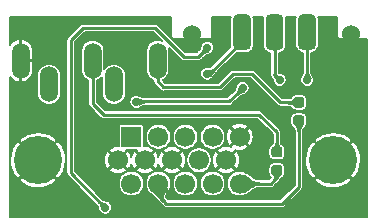
<source format=gbr>
G04 #@! TF.GenerationSoftware,KiCad,Pcbnew,(5.1.10-1-10_14)*
G04 #@! TF.CreationDate,2021-11-15T14:12:15-05:00*
G04 #@! TF.ProjectId,8DIN2VGA_New,3844494e-3256-4474-915f-4e65772e6b69,1*
G04 #@! TF.SameCoordinates,Original*
G04 #@! TF.FileFunction,Copper,L1,Top*
G04 #@! TF.FilePolarity,Positive*
%FSLAX46Y46*%
G04 Gerber Fmt 4.6, Leading zero omitted, Abs format (unit mm)*
G04 Created by KiCad (PCBNEW (5.1.10-1-10_14)) date 2021-11-15 14:12:15*
%MOMM*%
%LPD*%
G01*
G04 APERTURE LIST*
G04 #@! TA.AperFunction,ComponentPad*
%ADD10C,1.524000*%
G04 #@! TD*
G04 #@! TA.AperFunction,ComponentPad*
%ADD11O,1.508000X3.016000*%
G04 #@! TD*
G04 #@! TA.AperFunction,ComponentPad*
%ADD12C,1.700000*%
G04 #@! TD*
G04 #@! TA.AperFunction,ComponentPad*
%ADD13C,4.066000*%
G04 #@! TD*
G04 #@! TA.AperFunction,ComponentPad*
%ADD14R,1.700000X1.700000*%
G04 #@! TD*
G04 #@! TA.AperFunction,ViaPad*
%ADD15C,0.700000*%
G04 #@! TD*
G04 #@! TA.AperFunction,Conductor*
%ADD16C,0.250000*%
G04 #@! TD*
G04 #@! TA.AperFunction,Conductor*
%ADD17C,0.160000*%
G04 #@! TD*
G04 #@! TA.AperFunction,Conductor*
%ADD18C,0.152400*%
G04 #@! TD*
G04 #@! TA.AperFunction,Conductor*
%ADD19C,0.025400*%
G04 #@! TD*
G04 APERTURE END LIST*
D10*
X140322928Y-92920000D03*
X153812928Y-92920000D03*
G04 #@! TA.AperFunction,SMDPad,CuDef*
G36*
G01*
X149322928Y-93865000D02*
X149322928Y-91615000D01*
G75*
G02*
X149697928Y-91240000I375000J0D01*
G01*
X150447928Y-91240000D01*
G75*
G02*
X150822928Y-91615000I0J-375000D01*
G01*
X150822928Y-93865000D01*
G75*
G02*
X150447928Y-94240000I-375000J0D01*
G01*
X149697928Y-94240000D01*
G75*
G02*
X149322928Y-93865000I0J375000D01*
G01*
G37*
G04 #@! TD.AperFunction*
G04 #@! TA.AperFunction,SMDPad,CuDef*
G36*
G01*
X143822928Y-93865000D02*
X143822928Y-91615000D01*
G75*
G02*
X144197928Y-91240000I375000J0D01*
G01*
X144947928Y-91240000D01*
G75*
G02*
X145322928Y-91615000I0J-375000D01*
G01*
X145322928Y-93865000D01*
G75*
G02*
X144947928Y-94240000I-375000J0D01*
G01*
X144197928Y-94240000D01*
G75*
G02*
X143822928Y-93865000I0J375000D01*
G01*
G37*
G04 #@! TD.AperFunction*
G04 #@! TA.AperFunction,SMDPad,CuDef*
G36*
G01*
X146572928Y-93865000D02*
X146572928Y-91615000D01*
G75*
G02*
X146947928Y-91240000I375000J0D01*
G01*
X147697928Y-91240000D01*
G75*
G02*
X148072928Y-91615000I0J-375000D01*
G01*
X148072928Y-93865000D01*
G75*
G02*
X147697928Y-94240000I-375000J0D01*
G01*
X146947928Y-94240000D01*
G75*
G02*
X146572928Y-93865000I0J375000D01*
G01*
G37*
G04 #@! TD.AperFunction*
G04 #@! TA.AperFunction,SMDPad,CuDef*
G36*
G01*
X149130000Y-99785000D02*
X149630000Y-99785000D01*
G75*
G02*
X149855000Y-100010000I0J-225000D01*
G01*
X149855000Y-100460000D01*
G75*
G02*
X149630000Y-100685000I-225000J0D01*
G01*
X149130000Y-100685000D01*
G75*
G02*
X148905000Y-100460000I0J225000D01*
G01*
X148905000Y-100010000D01*
G75*
G02*
X149130000Y-99785000I225000J0D01*
G01*
G37*
G04 #@! TD.AperFunction*
G04 #@! TA.AperFunction,SMDPad,CuDef*
G36*
G01*
X149130000Y-98235000D02*
X149630000Y-98235000D01*
G75*
G02*
X149855000Y-98460000I0J-225000D01*
G01*
X149855000Y-98910000D01*
G75*
G02*
X149630000Y-99135000I-225000J0D01*
G01*
X149130000Y-99135000D01*
G75*
G02*
X148905000Y-98910000I0J225000D01*
G01*
X148905000Y-98460000D01*
G75*
G02*
X149130000Y-98235000I225000J0D01*
G01*
G37*
G04 #@! TD.AperFunction*
G04 #@! TA.AperFunction,SMDPad,CuDef*
G36*
G01*
X147270000Y-103995000D02*
X147770000Y-103995000D01*
G75*
G02*
X147995000Y-104220000I0J-225000D01*
G01*
X147995000Y-104670000D01*
G75*
G02*
X147770000Y-104895000I-225000J0D01*
G01*
X147270000Y-104895000D01*
G75*
G02*
X147045000Y-104670000I0J225000D01*
G01*
X147045000Y-104220000D01*
G75*
G02*
X147270000Y-103995000I225000J0D01*
G01*
G37*
G04 #@! TD.AperFunction*
G04 #@! TA.AperFunction,SMDPad,CuDef*
G36*
G01*
X147270000Y-102445000D02*
X147770000Y-102445000D01*
G75*
G02*
X147995000Y-102670000I0J-225000D01*
G01*
X147995000Y-103120000D01*
G75*
G02*
X147770000Y-103345000I-225000J0D01*
G01*
X147270000Y-103345000D01*
G75*
G02*
X147045000Y-103120000I0J225000D01*
G01*
X147045000Y-102670000D01*
G75*
G02*
X147270000Y-102445000I225000J0D01*
G01*
G37*
G04 #@! TD.AperFunction*
D11*
X125830000Y-95160000D03*
X128230000Y-97160000D03*
X131930000Y-95160000D03*
X133730000Y-97160000D03*
X137430000Y-95160000D03*
D12*
X144365000Y-105560000D03*
X142075000Y-105560000D03*
X139785000Y-105560000D03*
X137495000Y-105560000D03*
X135205000Y-105560000D03*
X143220000Y-103580000D03*
X140930000Y-103580000D03*
X138640000Y-103580000D03*
X136350000Y-103580000D03*
X134060000Y-103580000D03*
X144365000Y-101600000D03*
X142075000Y-101600000D03*
X139785000Y-101600000D03*
X137495000Y-101600000D03*
D13*
X152280000Y-103580000D03*
X127290000Y-103580000D03*
D14*
X135205000Y-101600000D03*
D15*
X144620000Y-97470000D03*
X135620000Y-98639998D03*
X137970000Y-91910000D03*
X153810002Y-97790000D03*
X141610000Y-96260000D03*
X147760000Y-96780000D03*
X150080002Y-96780000D03*
X132975000Y-107595000D03*
X141630000Y-94060000D03*
D16*
X147820000Y-98680000D02*
X149380000Y-98680000D01*
X145430000Y-96290000D02*
X147820000Y-98680000D01*
X142710000Y-97400000D02*
X143820000Y-96290000D01*
X137430000Y-96918000D02*
X137912000Y-97400000D01*
X143820000Y-96290000D02*
X145430000Y-96290000D01*
X137912000Y-97400000D02*
X142710000Y-97400000D01*
X137430000Y-95160000D02*
X137430000Y-96918000D01*
X138150000Y-107250000D02*
X137500000Y-106600000D01*
X147960000Y-107250000D02*
X138150000Y-107250000D01*
X137500000Y-106600000D02*
X137500000Y-105560000D01*
X149380000Y-105830000D02*
X147960000Y-107250000D01*
X149380000Y-100235000D02*
X149380000Y-105830000D01*
X147520000Y-101220000D02*
X147520000Y-102900000D01*
X146030000Y-99730000D02*
X147520000Y-101220000D01*
X132850000Y-99730000D02*
X146030000Y-99730000D01*
X131930000Y-98810000D02*
X132850000Y-99730000D01*
X131930000Y-95160000D02*
X131930000Y-98810000D01*
X143490000Y-98600000D02*
X135659998Y-98600000D01*
X135659998Y-98600000D02*
X135620000Y-98639998D01*
X144620000Y-97470000D02*
X143490000Y-98600000D01*
X153790000Y-93265010D02*
X153810002Y-93285012D01*
X153810002Y-97295026D02*
X153810002Y-97790000D01*
X153810002Y-97295026D02*
X153810002Y-93395010D01*
X144572928Y-93507072D02*
X141820000Y-96260000D01*
X141820000Y-96260000D02*
X141610000Y-96260000D01*
X144572928Y-92740000D02*
X144572928Y-93507072D01*
X147322928Y-92740000D02*
X147322928Y-96342928D01*
X147322928Y-96342928D02*
X147760000Y-96780000D01*
X150072928Y-92740000D02*
X150072928Y-96772926D01*
X150072928Y-96772926D02*
X150080002Y-96780000D01*
X147520000Y-104445000D02*
X147520000Y-105040000D01*
X147520000Y-105040000D02*
X147000000Y-105560000D01*
X147000000Y-105560000D02*
X144370000Y-105560000D01*
X140880000Y-94810000D02*
X141630000Y-94060000D01*
X139620000Y-94810000D02*
X140880000Y-94810000D01*
X137190000Y-92380000D02*
X139620000Y-94810000D01*
X132975000Y-107595000D02*
X130070000Y-104690000D01*
X131090000Y-92380000D02*
X137190000Y-92380000D01*
X130070000Y-104690000D02*
X130070000Y-93400000D01*
X130070000Y-93400000D02*
X131090000Y-92380000D01*
D17*
X138560000Y-93025754D02*
X138558597Y-93040000D01*
X138564196Y-93096850D01*
X138580779Y-93151515D01*
X138607707Y-93201895D01*
X138624120Y-93221894D01*
X138643947Y-93246053D01*
X138688105Y-93282293D01*
X138738485Y-93309221D01*
X138793150Y-93325804D01*
X138850000Y-93331403D01*
X138864245Y-93330000D01*
X141745755Y-93330000D01*
X141760000Y-93331403D01*
X141774245Y-93330000D01*
X141816850Y-93325804D01*
X141871515Y-93309221D01*
X141921895Y-93282293D01*
X141966053Y-93246053D01*
X142002293Y-93201895D01*
X142029221Y-93151515D01*
X142045804Y-93096850D01*
X142051403Y-93040000D01*
X142050000Y-93025755D01*
X142050000Y-91430000D01*
X143613261Y-91430000D01*
X143593606Y-91494793D01*
X143581767Y-91615000D01*
X143581767Y-93865000D01*
X143592261Y-93971551D01*
X141933190Y-95630623D01*
X141898676Y-95662336D01*
X141877205Y-95678279D01*
X141864930Y-95685102D01*
X141858580Y-95687462D01*
X141851969Y-95688812D01*
X141838520Y-95689706D01*
X141814130Y-95688884D01*
X141777514Y-95685438D01*
X141729650Y-95679775D01*
X141728343Y-95679624D01*
X141700989Y-95676540D01*
X141668110Y-95670000D01*
X141551890Y-95670000D01*
X141437903Y-95692673D01*
X141330530Y-95737149D01*
X141233897Y-95801717D01*
X141151717Y-95883897D01*
X141087149Y-95980530D01*
X141042673Y-96087903D01*
X141020000Y-96201890D01*
X141020000Y-96318110D01*
X141042673Y-96432097D01*
X141087149Y-96539470D01*
X141151717Y-96636103D01*
X141233897Y-96718283D01*
X141330530Y-96782851D01*
X141437903Y-96827327D01*
X141551890Y-96850000D01*
X141668110Y-96850000D01*
X141782097Y-96827327D01*
X141889470Y-96782851D01*
X141986103Y-96718283D01*
X142068283Y-96636103D01*
X142075363Y-96625507D01*
X142090495Y-96609101D01*
X142099120Y-96599221D01*
X142142060Y-96547233D01*
X142149796Y-96537352D01*
X142185512Y-96489189D01*
X142191097Y-96481333D01*
X142222394Y-96435381D01*
X142224845Y-96431710D01*
X142254026Y-96387124D01*
X142282292Y-96344673D01*
X142311813Y-96303193D01*
X142346373Y-96259041D01*
X142389837Y-96208955D01*
X142447662Y-96148525D01*
X144122460Y-94473728D01*
X144197928Y-94481161D01*
X144947928Y-94481161D01*
X145068135Y-94469322D01*
X145183723Y-94434259D01*
X145290249Y-94377319D01*
X145383620Y-94300692D01*
X145460247Y-94207321D01*
X145517187Y-94100795D01*
X145552250Y-93985207D01*
X145564089Y-93865000D01*
X145564089Y-91615000D01*
X145552250Y-91494793D01*
X145532595Y-91430000D01*
X146363261Y-91430000D01*
X146343606Y-91494793D01*
X146331767Y-91615000D01*
X146331767Y-93865000D01*
X146343606Y-93985207D01*
X146378669Y-94100795D01*
X146435609Y-94207321D01*
X146512236Y-94300692D01*
X146605607Y-94377319D01*
X146712133Y-94434259D01*
X146827721Y-94469322D01*
X146947928Y-94481161D01*
X146957928Y-94481161D01*
X146957929Y-96324989D01*
X146956162Y-96342928D01*
X146963085Y-96413208D01*
X146963210Y-96414480D01*
X146984081Y-96483283D01*
X147017974Y-96546692D01*
X147032121Y-96563930D01*
X147042174Y-96582296D01*
X147071016Y-96626918D01*
X147083345Y-96644255D01*
X147114732Y-96684490D01*
X147117131Y-96687516D01*
X147143848Y-96720651D01*
X147158939Y-96741945D01*
X147164683Y-96752960D01*
X147167293Y-96761618D01*
X147170000Y-96791012D01*
X147170000Y-96838110D01*
X147192673Y-96952097D01*
X147237149Y-97059470D01*
X147301717Y-97156103D01*
X147383897Y-97238283D01*
X147480530Y-97302851D01*
X147587903Y-97347327D01*
X147701890Y-97370000D01*
X147818110Y-97370000D01*
X147932097Y-97347327D01*
X148039470Y-97302851D01*
X148136103Y-97238283D01*
X148218283Y-97156103D01*
X148282851Y-97059470D01*
X148327327Y-96952097D01*
X148350000Y-96838110D01*
X148350000Y-96721890D01*
X148327327Y-96607903D01*
X148282851Y-96500530D01*
X148218283Y-96403897D01*
X148136103Y-96321717D01*
X148039470Y-96257149D01*
X147932097Y-96212673D01*
X147818110Y-96190000D01*
X147795005Y-96190000D01*
X147788745Y-96189218D01*
X147771636Y-96187700D01*
X147713211Y-96184618D01*
X147708795Y-96184426D01*
X147687928Y-96183710D01*
X147687928Y-94481161D01*
X147697928Y-94481161D01*
X147818135Y-94469322D01*
X147933723Y-94434259D01*
X148040249Y-94377319D01*
X148133620Y-94300692D01*
X148210247Y-94207321D01*
X148267187Y-94100795D01*
X148302250Y-93985207D01*
X148314089Y-93865000D01*
X148314089Y-91615000D01*
X148302250Y-91494793D01*
X148282595Y-91430000D01*
X149113261Y-91430000D01*
X149093606Y-91494793D01*
X149081767Y-91615000D01*
X149081767Y-93865000D01*
X149093606Y-93985207D01*
X149128669Y-94100795D01*
X149185609Y-94207321D01*
X149262236Y-94300692D01*
X149355607Y-94377319D01*
X149462133Y-94434259D01*
X149577721Y-94469322D01*
X149697928Y-94481161D01*
X149707928Y-94481161D01*
X149707929Y-96079229D01*
X149705869Y-96146821D01*
X149700851Y-96194767D01*
X149693915Y-96230090D01*
X149685492Y-96258024D01*
X149674570Y-96284769D01*
X149659144Y-96315741D01*
X149637672Y-96354630D01*
X149611510Y-96401113D01*
X149609184Y-96405345D01*
X149580598Y-96458614D01*
X149576327Y-96466959D01*
X149567555Y-96484960D01*
X149557151Y-96500530D01*
X149512675Y-96607903D01*
X149490002Y-96721890D01*
X149490002Y-96838110D01*
X149512675Y-96952097D01*
X149557151Y-97059470D01*
X149621719Y-97156103D01*
X149703899Y-97238283D01*
X149800532Y-97302851D01*
X149907905Y-97347327D01*
X150021892Y-97370000D01*
X150138112Y-97370000D01*
X150252099Y-97347327D01*
X150359472Y-97302851D01*
X150456105Y-97238283D01*
X150538285Y-97156103D01*
X150602853Y-97059470D01*
X150647329Y-96952097D01*
X150670002Y-96838110D01*
X150670002Y-96721890D01*
X150647329Y-96607903D01*
X150602853Y-96500530D01*
X150585722Y-96474892D01*
X150571101Y-96447714D01*
X150566776Y-96440017D01*
X150536575Y-96388515D01*
X150534538Y-96385107D01*
X150507373Y-96340491D01*
X150485724Y-96303871D01*
X150470478Y-96275005D01*
X150459903Y-96250371D01*
X150451764Y-96224499D01*
X150444973Y-96191148D01*
X150439990Y-96145013D01*
X150437928Y-96079179D01*
X150437928Y-94481161D01*
X150447928Y-94481161D01*
X150568135Y-94469322D01*
X150683723Y-94434259D01*
X150790249Y-94377319D01*
X150883620Y-94300692D01*
X150960247Y-94207321D01*
X151017187Y-94100795D01*
X151052250Y-93985207D01*
X151064089Y-93865000D01*
X151064089Y-91615000D01*
X151052250Y-91494793D01*
X151032595Y-91430000D01*
X152610001Y-91430000D01*
X152610000Y-93045754D01*
X152608597Y-93060000D01*
X152614196Y-93116850D01*
X152630779Y-93171515D01*
X152657707Y-93221895D01*
X152678910Y-93247730D01*
X152693947Y-93266053D01*
X152738105Y-93302293D01*
X152788485Y-93329221D01*
X152843150Y-93345804D01*
X152900000Y-93351403D01*
X152914245Y-93350000D01*
X155150001Y-93350000D01*
X155150000Y-108370000D01*
X124920000Y-108370000D01*
X124920000Y-105232149D01*
X125701490Y-105232149D01*
X125930999Y-105527063D01*
X126336966Y-105754779D01*
X126779556Y-105898919D01*
X127241763Y-105953944D01*
X127705823Y-105917740D01*
X128153903Y-105791698D01*
X128568785Y-105580662D01*
X128649001Y-105527063D01*
X128878510Y-105232149D01*
X127290000Y-103643640D01*
X125701490Y-105232149D01*
X124920000Y-105232149D01*
X124920000Y-103582317D01*
X124952260Y-103995823D01*
X125078302Y-104443903D01*
X125289338Y-104858785D01*
X125342937Y-104939001D01*
X125637851Y-105168510D01*
X127226360Y-103580000D01*
X127353640Y-103580000D01*
X128942149Y-105168510D01*
X129237063Y-104939001D01*
X129464779Y-104533034D01*
X129608919Y-104090444D01*
X129663944Y-103628237D01*
X129627740Y-103164177D01*
X129501698Y-102716097D01*
X129290662Y-102301215D01*
X129237063Y-102220999D01*
X128942149Y-101991490D01*
X127353640Y-103580000D01*
X127226360Y-103580000D01*
X125637851Y-101991490D01*
X125342937Y-102220999D01*
X125115221Y-102626966D01*
X124971081Y-103069556D01*
X124920000Y-103498634D01*
X124920000Y-101927851D01*
X125701490Y-101927851D01*
X127290000Y-103516360D01*
X128878510Y-101927851D01*
X128649001Y-101632937D01*
X128243034Y-101405221D01*
X127800444Y-101261081D01*
X127338237Y-101206056D01*
X126874177Y-101242260D01*
X126426097Y-101368302D01*
X126011215Y-101579338D01*
X125930999Y-101632937D01*
X125701490Y-101927851D01*
X124920000Y-101927851D01*
X124920000Y-96496470D01*
X124953687Y-96553654D01*
X125095315Y-96712323D01*
X125265177Y-96840313D01*
X125456745Y-96932706D01*
X125616125Y-96976692D01*
X125785000Y-96914489D01*
X125785000Y-95205000D01*
X125875000Y-95205000D01*
X125875000Y-96914489D01*
X126043875Y-96976692D01*
X126203255Y-96932706D01*
X126394823Y-96840313D01*
X126564685Y-96712323D01*
X126706313Y-96553654D01*
X126814265Y-96370403D01*
X126818884Y-96357175D01*
X127236000Y-96357175D01*
X127236001Y-97962826D01*
X127250384Y-98108858D01*
X127307222Y-98296228D01*
X127399522Y-98468909D01*
X127523736Y-98620265D01*
X127675092Y-98744479D01*
X127847773Y-98836779D01*
X128035143Y-98893617D01*
X128230000Y-98912809D01*
X128424858Y-98893617D01*
X128612228Y-98836779D01*
X128784909Y-98744479D01*
X128936265Y-98620265D01*
X129060479Y-98468909D01*
X129152779Y-98296228D01*
X129209617Y-98108858D01*
X129224000Y-97962826D01*
X129224000Y-96357174D01*
X129209617Y-96211142D01*
X129152779Y-96023772D01*
X129060479Y-95851091D01*
X128936265Y-95699735D01*
X128784909Y-95575521D01*
X128612227Y-95483221D01*
X128424857Y-95426383D01*
X128230000Y-95407191D01*
X128035142Y-95426383D01*
X127847772Y-95483221D01*
X127675091Y-95575521D01*
X127523735Y-95699735D01*
X127399521Y-95851091D01*
X127307221Y-96023773D01*
X127250383Y-96211143D01*
X127236000Y-96357175D01*
X126818884Y-96357175D01*
X126884392Y-96169613D01*
X126914000Y-95959000D01*
X126914000Y-95205000D01*
X125875000Y-95205000D01*
X125785000Y-95205000D01*
X125765000Y-95205000D01*
X125765000Y-95115000D01*
X125785000Y-95115000D01*
X125785000Y-93405511D01*
X125875000Y-93405511D01*
X125875000Y-95115000D01*
X126914000Y-95115000D01*
X126914000Y-94361000D01*
X126884392Y-94150387D01*
X126814265Y-93949597D01*
X126706313Y-93766346D01*
X126564685Y-93607677D01*
X126394823Y-93479687D01*
X126229600Y-93400000D01*
X129703234Y-93400000D01*
X129705001Y-93417939D01*
X129705000Y-104672071D01*
X129703234Y-104690000D01*
X129705000Y-104707929D01*
X129705000Y-104707930D01*
X129710281Y-104761551D01*
X129731152Y-104830354D01*
X129765045Y-104893763D01*
X129810657Y-104949342D01*
X129824588Y-104960775D01*
X132226335Y-107362523D01*
X132271109Y-107410229D01*
X132299955Y-107446130D01*
X132318608Y-107474385D01*
X132331186Y-107498524D01*
X132341304Y-107523740D01*
X132351247Y-107555416D01*
X132362365Y-107597236D01*
X132375356Y-107647958D01*
X132376609Y-107652653D01*
X132392512Y-107709896D01*
X132395260Y-107719072D01*
X132402769Y-107742440D01*
X132407673Y-107767097D01*
X132452149Y-107874470D01*
X132516717Y-107971103D01*
X132598897Y-108053283D01*
X132695530Y-108117851D01*
X132802903Y-108162327D01*
X132916890Y-108185000D01*
X133033110Y-108185000D01*
X133147097Y-108162327D01*
X133254470Y-108117851D01*
X133351103Y-108053283D01*
X133433283Y-107971103D01*
X133497851Y-107874470D01*
X133542327Y-107767097D01*
X133565000Y-107653110D01*
X133565000Y-107536890D01*
X133542327Y-107422903D01*
X133497851Y-107315530D01*
X133433283Y-107218897D01*
X133351103Y-107136717D01*
X133254470Y-107072149D01*
X133147097Y-107027673D01*
X133122440Y-107022769D01*
X133099072Y-107015260D01*
X133089896Y-107012512D01*
X133032653Y-106996609D01*
X133027958Y-106995356D01*
X132977236Y-106982365D01*
X132935416Y-106971247D01*
X132903740Y-106961304D01*
X132878524Y-106951186D01*
X132854385Y-106938608D01*
X132826130Y-106919955D01*
X132790229Y-106891109D01*
X132742523Y-106846335D01*
X131348832Y-105452644D01*
X134115000Y-105452644D01*
X134115000Y-105667356D01*
X134156888Y-105877941D01*
X134239055Y-106076309D01*
X134358342Y-106254834D01*
X134510166Y-106406658D01*
X134688691Y-106525945D01*
X134887059Y-106608112D01*
X135097644Y-106650000D01*
X135312356Y-106650000D01*
X135522941Y-106608112D01*
X135721309Y-106525945D01*
X135899834Y-106406658D01*
X136051658Y-106254834D01*
X136170945Y-106076309D01*
X136253112Y-105877941D01*
X136295000Y-105667356D01*
X136295000Y-105452644D01*
X136405000Y-105452644D01*
X136405000Y-105667356D01*
X136446888Y-105877941D01*
X136529055Y-106076309D01*
X136648342Y-106254834D01*
X136724509Y-106331001D01*
X136844164Y-106450925D01*
X136945980Y-106553476D01*
X137034779Y-106643356D01*
X137115369Y-106725259D01*
X137193135Y-106804460D01*
X137193168Y-106804494D01*
X137208224Y-106819821D01*
X137240657Y-106859342D01*
X137254588Y-106870775D01*
X137879225Y-107495413D01*
X137890657Y-107509343D01*
X137946236Y-107554955D01*
X138009645Y-107588848D01*
X138078448Y-107609719D01*
X138132069Y-107615000D01*
X138132071Y-107615000D01*
X138150000Y-107616766D01*
X138167929Y-107615000D01*
X147942071Y-107615000D01*
X147960000Y-107616766D01*
X147977929Y-107615000D01*
X147977931Y-107615000D01*
X148031552Y-107609719D01*
X148100355Y-107588848D01*
X148163764Y-107554955D01*
X148219343Y-107509343D01*
X148230779Y-107495408D01*
X149625413Y-106100775D01*
X149639343Y-106089343D01*
X149665167Y-106057875D01*
X149684954Y-106033766D01*
X149718847Y-105970356D01*
X149718848Y-105970355D01*
X149739719Y-105901552D01*
X149745000Y-105847931D01*
X149745000Y-105847930D01*
X149746766Y-105830001D01*
X149745000Y-105812072D01*
X149745000Y-105232149D01*
X150691490Y-105232149D01*
X150920999Y-105527063D01*
X151326966Y-105754779D01*
X151769556Y-105898919D01*
X152231763Y-105953944D01*
X152695823Y-105917740D01*
X153143903Y-105791698D01*
X153558785Y-105580662D01*
X153639001Y-105527063D01*
X153868510Y-105232149D01*
X152280000Y-103643640D01*
X150691490Y-105232149D01*
X149745000Y-105232149D01*
X149745000Y-103531763D01*
X149906056Y-103531763D01*
X149942260Y-103995823D01*
X150068302Y-104443903D01*
X150279338Y-104858785D01*
X150332937Y-104939001D01*
X150627851Y-105168510D01*
X152216360Y-103580000D01*
X152343640Y-103580000D01*
X153932149Y-105168510D01*
X154227063Y-104939001D01*
X154454779Y-104533034D01*
X154598919Y-104090444D01*
X154653944Y-103628237D01*
X154617740Y-103164177D01*
X154491698Y-102716097D01*
X154280662Y-102301215D01*
X154227063Y-102220999D01*
X153932149Y-101991490D01*
X152343640Y-103580000D01*
X152216360Y-103580000D01*
X150627851Y-101991490D01*
X150332937Y-102220999D01*
X150105221Y-102626966D01*
X149961081Y-103069556D01*
X149906056Y-103531763D01*
X149745000Y-103531763D01*
X149745000Y-101927851D01*
X150691490Y-101927851D01*
X152280000Y-103516360D01*
X153868510Y-101927851D01*
X153639001Y-101632937D01*
X153233034Y-101405221D01*
X152790444Y-101261081D01*
X152328237Y-101206056D01*
X151864177Y-101242260D01*
X151416097Y-101368302D01*
X151001215Y-101579338D01*
X150920999Y-101632937D01*
X150691490Y-101927851D01*
X149745000Y-101927851D01*
X149745000Y-101129728D01*
X149748407Y-101043402D01*
X149756619Y-100982828D01*
X149767953Y-100938185D01*
X149782067Y-100901820D01*
X149784019Y-100898070D01*
X149808392Y-100890677D01*
X149888985Y-100847599D01*
X149959626Y-100789626D01*
X150017599Y-100718985D01*
X150060677Y-100638392D01*
X150087204Y-100550943D01*
X150096161Y-100460000D01*
X150096161Y-100010000D01*
X150087204Y-99919057D01*
X150060677Y-99831608D01*
X150017599Y-99751015D01*
X149959626Y-99680374D01*
X149888985Y-99622401D01*
X149808392Y-99579323D01*
X149720943Y-99552796D01*
X149630000Y-99543839D01*
X149130000Y-99543839D01*
X149039057Y-99552796D01*
X148951608Y-99579323D01*
X148871015Y-99622401D01*
X148800374Y-99680374D01*
X148742401Y-99751015D01*
X148699323Y-99831608D01*
X148672796Y-99919057D01*
X148663839Y-100010000D01*
X148663839Y-100460000D01*
X148672796Y-100550943D01*
X148699323Y-100638392D01*
X148742401Y-100718985D01*
X148800374Y-100789626D01*
X148871015Y-100847599D01*
X148951608Y-100890677D01*
X148975980Y-100898070D01*
X148977932Y-100901820D01*
X148992046Y-100938185D01*
X149003380Y-100982828D01*
X149011592Y-101043402D01*
X149015000Y-101129735D01*
X149015001Y-105678811D01*
X147808813Y-106885000D01*
X138301188Y-106885000D01*
X138232424Y-106816236D01*
X138165514Y-106736049D01*
X138141871Y-106688589D01*
X138136499Y-106657740D01*
X138140679Y-106622030D01*
X138160278Y-106567006D01*
X138200035Y-106491807D01*
X138257929Y-106399598D01*
X138326729Y-106294597D01*
X138330020Y-106289432D01*
X138400663Y-106175372D01*
X138408439Y-106161855D01*
X138426756Y-106127477D01*
X138460945Y-106076309D01*
X138543112Y-105877941D01*
X138585000Y-105667356D01*
X138585000Y-105452644D01*
X138695000Y-105452644D01*
X138695000Y-105667356D01*
X138736888Y-105877941D01*
X138819055Y-106076309D01*
X138938342Y-106254834D01*
X139090166Y-106406658D01*
X139268691Y-106525945D01*
X139467059Y-106608112D01*
X139677644Y-106650000D01*
X139892356Y-106650000D01*
X140102941Y-106608112D01*
X140301309Y-106525945D01*
X140479834Y-106406658D01*
X140631658Y-106254834D01*
X140750945Y-106076309D01*
X140833112Y-105877941D01*
X140875000Y-105667356D01*
X140875000Y-105452644D01*
X140985000Y-105452644D01*
X140985000Y-105667356D01*
X141026888Y-105877941D01*
X141109055Y-106076309D01*
X141228342Y-106254834D01*
X141380166Y-106406658D01*
X141558691Y-106525945D01*
X141757059Y-106608112D01*
X141967644Y-106650000D01*
X142182356Y-106650000D01*
X142392941Y-106608112D01*
X142591309Y-106525945D01*
X142769834Y-106406658D01*
X142921658Y-106254834D01*
X143040945Y-106076309D01*
X143123112Y-105877941D01*
X143165000Y-105667356D01*
X143165000Y-105452644D01*
X143275000Y-105452644D01*
X143275000Y-105667356D01*
X143316888Y-105877941D01*
X143399055Y-106076309D01*
X143518342Y-106254834D01*
X143670166Y-106406658D01*
X143848691Y-106525945D01*
X144047059Y-106608112D01*
X144257644Y-106650000D01*
X144472356Y-106650000D01*
X144682941Y-106608112D01*
X144881309Y-106525945D01*
X144938400Y-106487798D01*
X145009493Y-106449090D01*
X145028213Y-106437762D01*
X145160518Y-106349217D01*
X145174097Y-106339427D01*
X145287346Y-106251615D01*
X145293334Y-106246817D01*
X145393613Y-106163796D01*
X145483412Y-106092315D01*
X145566747Y-106035745D01*
X145653038Y-105991711D01*
X145755190Y-105957621D01*
X145887192Y-105934196D01*
X146066165Y-105925000D01*
X146982071Y-105925000D01*
X147000000Y-105926766D01*
X147017929Y-105925000D01*
X147017931Y-105925000D01*
X147071552Y-105919719D01*
X147140355Y-105898848D01*
X147203764Y-105864955D01*
X147259343Y-105819343D01*
X147270779Y-105805408D01*
X147765413Y-105310775D01*
X147779343Y-105299343D01*
X147824955Y-105243764D01*
X147858848Y-105180355D01*
X147876393Y-105122517D01*
X147948392Y-105100677D01*
X148028985Y-105057599D01*
X148099626Y-104999626D01*
X148157599Y-104928985D01*
X148200677Y-104848392D01*
X148227204Y-104760943D01*
X148236161Y-104670000D01*
X148236161Y-104220000D01*
X148227204Y-104129057D01*
X148200677Y-104041608D01*
X148157599Y-103961015D01*
X148099626Y-103890374D01*
X148028985Y-103832401D01*
X147948392Y-103789323D01*
X147860943Y-103762796D01*
X147770000Y-103753839D01*
X147270000Y-103753839D01*
X147179057Y-103762796D01*
X147091608Y-103789323D01*
X147011015Y-103832401D01*
X146940374Y-103890374D01*
X146882401Y-103961015D01*
X146839323Y-104041608D01*
X146812796Y-104129057D01*
X146803839Y-104220000D01*
X146803839Y-104670000D01*
X146812796Y-104760943D01*
X146839323Y-104848392D01*
X146882401Y-104928985D01*
X146940374Y-104999626D01*
X146997393Y-105046420D01*
X146848813Y-105195000D01*
X146066167Y-105195000D01*
X145887192Y-105185803D01*
X145755190Y-105162378D01*
X145653038Y-105128288D01*
X145566747Y-105084254D01*
X145483412Y-105027684D01*
X145393613Y-104956203D01*
X145293334Y-104873182D01*
X145287346Y-104868384D01*
X145174097Y-104780572D01*
X145160518Y-104770782D01*
X145028213Y-104682237D01*
X145009492Y-104670908D01*
X144938391Y-104632196D01*
X144881309Y-104594055D01*
X144682941Y-104511888D01*
X144472356Y-104470000D01*
X144257644Y-104470000D01*
X144047059Y-104511888D01*
X143848691Y-104594055D01*
X143670166Y-104713342D01*
X143518342Y-104865166D01*
X143399055Y-105043691D01*
X143316888Y-105242059D01*
X143275000Y-105452644D01*
X143165000Y-105452644D01*
X143123112Y-105242059D01*
X143040945Y-105043691D01*
X142921658Y-104865166D01*
X142769834Y-104713342D01*
X142591309Y-104594055D01*
X142392941Y-104511888D01*
X142182356Y-104470000D01*
X141967644Y-104470000D01*
X141757059Y-104511888D01*
X141558691Y-104594055D01*
X141380166Y-104713342D01*
X141228342Y-104865166D01*
X141109055Y-105043691D01*
X141026888Y-105242059D01*
X140985000Y-105452644D01*
X140875000Y-105452644D01*
X140833112Y-105242059D01*
X140750945Y-105043691D01*
X140631658Y-104865166D01*
X140479834Y-104713342D01*
X140301309Y-104594055D01*
X140102941Y-104511888D01*
X139892356Y-104470000D01*
X139677644Y-104470000D01*
X139467059Y-104511888D01*
X139268691Y-104594055D01*
X139090166Y-104713342D01*
X138938342Y-104865166D01*
X138819055Y-105043691D01*
X138736888Y-105242059D01*
X138695000Y-105452644D01*
X138585000Y-105452644D01*
X138543112Y-105242059D01*
X138460945Y-105043691D01*
X138341658Y-104865166D01*
X138189834Y-104713342D01*
X138011309Y-104594055D01*
X137812941Y-104511888D01*
X137602356Y-104470000D01*
X137387644Y-104470000D01*
X137177059Y-104511888D01*
X136978691Y-104594055D01*
X136800166Y-104713342D01*
X136648342Y-104865166D01*
X136529055Y-105043691D01*
X136446888Y-105242059D01*
X136405000Y-105452644D01*
X136295000Y-105452644D01*
X136253112Y-105242059D01*
X136170945Y-105043691D01*
X136051658Y-104865166D01*
X135899834Y-104713342D01*
X135721309Y-104594055D01*
X135522941Y-104511888D01*
X135312356Y-104470000D01*
X135097644Y-104470000D01*
X134887059Y-104511888D01*
X134688691Y-104594055D01*
X134510166Y-104713342D01*
X134358342Y-104865166D01*
X134239055Y-105043691D01*
X134156888Y-105242059D01*
X134115000Y-105452644D01*
X131348832Y-105452644D01*
X130435000Y-104538813D01*
X130435000Y-104391258D01*
X133312382Y-104391258D01*
X133399965Y-104565019D01*
X133604814Y-104674859D01*
X133827157Y-104742624D01*
X134058447Y-104765709D01*
X134289797Y-104743229D01*
X134512316Y-104676047D01*
X134717453Y-104566744D01*
X134720035Y-104565019D01*
X134807618Y-104391258D01*
X135602382Y-104391258D01*
X135689965Y-104565019D01*
X135894814Y-104674859D01*
X136117157Y-104742624D01*
X136348447Y-104765709D01*
X136579797Y-104743229D01*
X136802316Y-104676047D01*
X137007453Y-104566744D01*
X137010035Y-104565019D01*
X137097618Y-104391258D01*
X137892382Y-104391258D01*
X137979965Y-104565019D01*
X138184814Y-104674859D01*
X138407157Y-104742624D01*
X138638447Y-104765709D01*
X138869797Y-104743229D01*
X139092316Y-104676047D01*
X139297453Y-104566744D01*
X139300035Y-104565019D01*
X139387618Y-104391258D01*
X138640000Y-103643640D01*
X137892382Y-104391258D01*
X137097618Y-104391258D01*
X136350000Y-103643640D01*
X135602382Y-104391258D01*
X134807618Y-104391258D01*
X134060000Y-103643640D01*
X133312382Y-104391258D01*
X130435000Y-104391258D01*
X130435000Y-103578447D01*
X132874291Y-103578447D01*
X132896771Y-103809797D01*
X132963953Y-104032316D01*
X133073256Y-104237453D01*
X133074981Y-104240035D01*
X133248742Y-104327618D01*
X133996360Y-103580000D01*
X134123640Y-103580000D01*
X134871258Y-104327618D01*
X135045019Y-104240035D01*
X135154859Y-104035186D01*
X135205075Y-103870423D01*
X135253953Y-104032316D01*
X135363256Y-104237453D01*
X135364981Y-104240035D01*
X135538742Y-104327618D01*
X136286360Y-103580000D01*
X136413640Y-103580000D01*
X137161258Y-104327618D01*
X137335019Y-104240035D01*
X137444859Y-104035186D01*
X137495075Y-103870423D01*
X137543953Y-104032316D01*
X137653256Y-104237453D01*
X137654981Y-104240035D01*
X137828742Y-104327618D01*
X138576360Y-103580000D01*
X138703640Y-103580000D01*
X139451258Y-104327618D01*
X139625019Y-104240035D01*
X139734859Y-104035186D01*
X139802624Y-103812843D01*
X139825709Y-103581553D01*
X139815127Y-103472644D01*
X139840000Y-103472644D01*
X139840000Y-103687356D01*
X139881888Y-103897941D01*
X139964055Y-104096309D01*
X140083342Y-104274834D01*
X140235166Y-104426658D01*
X140413691Y-104545945D01*
X140612059Y-104628112D01*
X140822644Y-104670000D01*
X141037356Y-104670000D01*
X141247941Y-104628112D01*
X141446309Y-104545945D01*
X141624834Y-104426658D01*
X141660234Y-104391258D01*
X142472382Y-104391258D01*
X142559965Y-104565019D01*
X142764814Y-104674859D01*
X142987157Y-104742624D01*
X143218447Y-104765709D01*
X143449797Y-104743229D01*
X143672316Y-104676047D01*
X143877453Y-104566744D01*
X143880035Y-104565019D01*
X143967618Y-104391258D01*
X143220000Y-103643640D01*
X142472382Y-104391258D01*
X141660234Y-104391258D01*
X141776658Y-104274834D01*
X141895945Y-104096309D01*
X141978112Y-103897941D01*
X142020000Y-103687356D01*
X142020000Y-103578447D01*
X142034291Y-103578447D01*
X142056771Y-103809797D01*
X142123953Y-104032316D01*
X142233256Y-104237453D01*
X142234981Y-104240035D01*
X142408742Y-104327618D01*
X143156360Y-103580000D01*
X143283640Y-103580000D01*
X144031258Y-104327618D01*
X144205019Y-104240035D01*
X144314859Y-104035186D01*
X144382624Y-103812843D01*
X144405709Y-103581553D01*
X144383229Y-103350203D01*
X144316047Y-103127684D01*
X144206744Y-102922547D01*
X144205019Y-102919965D01*
X144031258Y-102832382D01*
X143283640Y-103580000D01*
X143156360Y-103580000D01*
X142408742Y-102832382D01*
X142234981Y-102919965D01*
X142125141Y-103124814D01*
X142057376Y-103347157D01*
X142034291Y-103578447D01*
X142020000Y-103578447D01*
X142020000Y-103472644D01*
X141978112Y-103262059D01*
X141895945Y-103063691D01*
X141776658Y-102885166D01*
X141660234Y-102768742D01*
X142472382Y-102768742D01*
X143220000Y-103516360D01*
X143967618Y-102768742D01*
X143934110Y-102702264D01*
X144132157Y-102762624D01*
X144363447Y-102785709D01*
X144594797Y-102763229D01*
X144817316Y-102696047D01*
X145022453Y-102586744D01*
X145025035Y-102585019D01*
X145112618Y-102411258D01*
X144365000Y-101663640D01*
X143617382Y-102411258D01*
X143650890Y-102477736D01*
X143452843Y-102417376D01*
X143221553Y-102394291D01*
X142990203Y-102416771D01*
X142767684Y-102483953D01*
X142562547Y-102593256D01*
X142559965Y-102594981D01*
X142472382Y-102768742D01*
X141660234Y-102768742D01*
X141624834Y-102733342D01*
X141446309Y-102614055D01*
X141247941Y-102531888D01*
X141037356Y-102490000D01*
X140822644Y-102490000D01*
X140612059Y-102531888D01*
X140413691Y-102614055D01*
X140235166Y-102733342D01*
X140083342Y-102885166D01*
X139964055Y-103063691D01*
X139881888Y-103262059D01*
X139840000Y-103472644D01*
X139815127Y-103472644D01*
X139803229Y-103350203D01*
X139736047Y-103127684D01*
X139626744Y-102922547D01*
X139625019Y-102919965D01*
X139451258Y-102832382D01*
X138703640Y-103580000D01*
X138576360Y-103580000D01*
X137828742Y-102832382D01*
X137654981Y-102919965D01*
X137545141Y-103124814D01*
X137494925Y-103289577D01*
X137446047Y-103127684D01*
X137336744Y-102922547D01*
X137335019Y-102919965D01*
X137161258Y-102832382D01*
X136413640Y-103580000D01*
X136286360Y-103580000D01*
X135538742Y-102832382D01*
X135364981Y-102919965D01*
X135255141Y-103124814D01*
X135204925Y-103289577D01*
X135156047Y-103127684D01*
X135046744Y-102922547D01*
X135045019Y-102919965D01*
X134871258Y-102832382D01*
X134123640Y-103580000D01*
X133996360Y-103580000D01*
X133248742Y-102832382D01*
X133074981Y-102919965D01*
X132965141Y-103124814D01*
X132897376Y-103347157D01*
X132874291Y-103578447D01*
X130435000Y-103578447D01*
X130435000Y-102768742D01*
X133312382Y-102768742D01*
X134060000Y-103516360D01*
X134807618Y-102768742D01*
X134768514Y-102691161D01*
X135641486Y-102691161D01*
X135602382Y-102768742D01*
X136350000Y-103516360D01*
X137097618Y-102768742D01*
X137892382Y-102768742D01*
X138640000Y-103516360D01*
X139387618Y-102768742D01*
X139300035Y-102594981D01*
X139095186Y-102485141D01*
X138872843Y-102417376D01*
X138641553Y-102394291D01*
X138410203Y-102416771D01*
X138187684Y-102483953D01*
X137982547Y-102593256D01*
X137979965Y-102594981D01*
X137892382Y-102768742D01*
X137097618Y-102768742D01*
X137010035Y-102594981D01*
X136805186Y-102485141D01*
X136582843Y-102417376D01*
X136351553Y-102394291D01*
X136296161Y-102399673D01*
X136296161Y-101492644D01*
X136405000Y-101492644D01*
X136405000Y-101707356D01*
X136446888Y-101917941D01*
X136529055Y-102116309D01*
X136648342Y-102294834D01*
X136800166Y-102446658D01*
X136978691Y-102565945D01*
X137177059Y-102648112D01*
X137387644Y-102690000D01*
X137602356Y-102690000D01*
X137812941Y-102648112D01*
X138011309Y-102565945D01*
X138189834Y-102446658D01*
X138341658Y-102294834D01*
X138460945Y-102116309D01*
X138543112Y-101917941D01*
X138585000Y-101707356D01*
X138585000Y-101492644D01*
X138695000Y-101492644D01*
X138695000Y-101707356D01*
X138736888Y-101917941D01*
X138819055Y-102116309D01*
X138938342Y-102294834D01*
X139090166Y-102446658D01*
X139268691Y-102565945D01*
X139467059Y-102648112D01*
X139677644Y-102690000D01*
X139892356Y-102690000D01*
X140102941Y-102648112D01*
X140301309Y-102565945D01*
X140479834Y-102446658D01*
X140631658Y-102294834D01*
X140750945Y-102116309D01*
X140833112Y-101917941D01*
X140875000Y-101707356D01*
X140875000Y-101492644D01*
X140985000Y-101492644D01*
X140985000Y-101707356D01*
X141026888Y-101917941D01*
X141109055Y-102116309D01*
X141228342Y-102294834D01*
X141380166Y-102446658D01*
X141558691Y-102565945D01*
X141757059Y-102648112D01*
X141967644Y-102690000D01*
X142182356Y-102690000D01*
X142392941Y-102648112D01*
X142591309Y-102565945D01*
X142769834Y-102446658D01*
X142921658Y-102294834D01*
X143040945Y-102116309D01*
X143123112Y-101917941D01*
X143165000Y-101707356D01*
X143165000Y-101598447D01*
X143179291Y-101598447D01*
X143201771Y-101829797D01*
X143268953Y-102052316D01*
X143378256Y-102257453D01*
X143379981Y-102260035D01*
X143553742Y-102347618D01*
X144301360Y-101600000D01*
X144428640Y-101600000D01*
X145176258Y-102347618D01*
X145350019Y-102260035D01*
X145459859Y-102055186D01*
X145527624Y-101832843D01*
X145550709Y-101601553D01*
X145528229Y-101370203D01*
X145461047Y-101147684D01*
X145351744Y-100942547D01*
X145350019Y-100939965D01*
X145176258Y-100852382D01*
X144428640Y-101600000D01*
X144301360Y-101600000D01*
X143553742Y-100852382D01*
X143379981Y-100939965D01*
X143270141Y-101144814D01*
X143202376Y-101367157D01*
X143179291Y-101598447D01*
X143165000Y-101598447D01*
X143165000Y-101492644D01*
X143123112Y-101282059D01*
X143040945Y-101083691D01*
X142921658Y-100905166D01*
X142805234Y-100788742D01*
X143617382Y-100788742D01*
X144365000Y-101536360D01*
X145112618Y-100788742D01*
X145025035Y-100614981D01*
X144820186Y-100505141D01*
X144597843Y-100437376D01*
X144366553Y-100414291D01*
X144135203Y-100436771D01*
X143912684Y-100503953D01*
X143707547Y-100613256D01*
X143704965Y-100614981D01*
X143617382Y-100788742D01*
X142805234Y-100788742D01*
X142769834Y-100753342D01*
X142591309Y-100634055D01*
X142392941Y-100551888D01*
X142182356Y-100510000D01*
X141967644Y-100510000D01*
X141757059Y-100551888D01*
X141558691Y-100634055D01*
X141380166Y-100753342D01*
X141228342Y-100905166D01*
X141109055Y-101083691D01*
X141026888Y-101282059D01*
X140985000Y-101492644D01*
X140875000Y-101492644D01*
X140833112Y-101282059D01*
X140750945Y-101083691D01*
X140631658Y-100905166D01*
X140479834Y-100753342D01*
X140301309Y-100634055D01*
X140102941Y-100551888D01*
X139892356Y-100510000D01*
X139677644Y-100510000D01*
X139467059Y-100551888D01*
X139268691Y-100634055D01*
X139090166Y-100753342D01*
X138938342Y-100905166D01*
X138819055Y-101083691D01*
X138736888Y-101282059D01*
X138695000Y-101492644D01*
X138585000Y-101492644D01*
X138543112Y-101282059D01*
X138460945Y-101083691D01*
X138341658Y-100905166D01*
X138189834Y-100753342D01*
X138011309Y-100634055D01*
X137812941Y-100551888D01*
X137602356Y-100510000D01*
X137387644Y-100510000D01*
X137177059Y-100551888D01*
X136978691Y-100634055D01*
X136800166Y-100753342D01*
X136648342Y-100905166D01*
X136529055Y-101083691D01*
X136446888Y-101282059D01*
X136405000Y-101492644D01*
X136296161Y-101492644D01*
X136296161Y-100750000D01*
X136291527Y-100702952D01*
X136277804Y-100657712D01*
X136255518Y-100616018D01*
X136225527Y-100579473D01*
X136188982Y-100549482D01*
X136147288Y-100527196D01*
X136102048Y-100513473D01*
X136055000Y-100508839D01*
X134355000Y-100508839D01*
X134307952Y-100513473D01*
X134262712Y-100527196D01*
X134221018Y-100549482D01*
X134184473Y-100579473D01*
X134154482Y-100616018D01*
X134132196Y-100657712D01*
X134118473Y-100702952D01*
X134113839Y-100750000D01*
X134113839Y-102399510D01*
X134061553Y-102394291D01*
X133830203Y-102416771D01*
X133607684Y-102483953D01*
X133402547Y-102593256D01*
X133399965Y-102594981D01*
X133312382Y-102768742D01*
X130435000Y-102768742D01*
X130435000Y-94357175D01*
X130936000Y-94357175D01*
X130936001Y-95962826D01*
X130950384Y-96108858D01*
X131007222Y-96296228D01*
X131099522Y-96468909D01*
X131223736Y-96620265D01*
X131375092Y-96744479D01*
X131547773Y-96836779D01*
X131565000Y-96842005D01*
X131565001Y-98792061D01*
X131563234Y-98810000D01*
X131568398Y-98862425D01*
X131570282Y-98881552D01*
X131591153Y-98950355D01*
X131625046Y-99013764D01*
X131670658Y-99069343D01*
X131684587Y-99080774D01*
X132579225Y-99975413D01*
X132590657Y-99989343D01*
X132615828Y-100010000D01*
X132646234Y-100034954D01*
X132646236Y-100034955D01*
X132709645Y-100068848D01*
X132778448Y-100089719D01*
X132832069Y-100095000D01*
X132832070Y-100095000D01*
X132849999Y-100096766D01*
X132867928Y-100095000D01*
X145878813Y-100095000D01*
X147155000Y-101371187D01*
X147155000Y-102005181D01*
X147151582Y-102090697D01*
X147143388Y-102150420D01*
X147132121Y-102194283D01*
X147118086Y-102230036D01*
X147117300Y-102231529D01*
X147091608Y-102239323D01*
X147011015Y-102282401D01*
X146940374Y-102340374D01*
X146882401Y-102411015D01*
X146839323Y-102491608D01*
X146812796Y-102579057D01*
X146803839Y-102670000D01*
X146803839Y-103120000D01*
X146812796Y-103210943D01*
X146839323Y-103298392D01*
X146882401Y-103378985D01*
X146940374Y-103449626D01*
X147011015Y-103507599D01*
X147091608Y-103550677D01*
X147179057Y-103577204D01*
X147270000Y-103586161D01*
X147770000Y-103586161D01*
X147860943Y-103577204D01*
X147948392Y-103550677D01*
X148028985Y-103507599D01*
X148099626Y-103449626D01*
X148157599Y-103378985D01*
X148200677Y-103298392D01*
X148227204Y-103210943D01*
X148236161Y-103120000D01*
X148236161Y-102670000D01*
X148227204Y-102579057D01*
X148200677Y-102491608D01*
X148157599Y-102411015D01*
X148099626Y-102340374D01*
X148028985Y-102282401D01*
X147948392Y-102239323D01*
X147922698Y-102231529D01*
X147921913Y-102230036D01*
X147907878Y-102194283D01*
X147896611Y-102150420D01*
X147888417Y-102090697D01*
X147885000Y-102005196D01*
X147885000Y-101237928D01*
X147886766Y-101219999D01*
X147885000Y-101202069D01*
X147879719Y-101148448D01*
X147858848Y-101079645D01*
X147824955Y-101016236D01*
X147779342Y-100960657D01*
X147765412Y-100949225D01*
X146300779Y-99484592D01*
X146289343Y-99470657D01*
X146233764Y-99425045D01*
X146170355Y-99391152D01*
X146101552Y-99370281D01*
X146047931Y-99365000D01*
X146047929Y-99365000D01*
X146030000Y-99363234D01*
X146012071Y-99365000D01*
X133001188Y-99365000D01*
X132295000Y-98658813D01*
X132295000Y-96842005D01*
X132312228Y-96836779D01*
X132484909Y-96744479D01*
X132636265Y-96620265D01*
X132736000Y-96498737D01*
X132736001Y-97962826D01*
X132750384Y-98108858D01*
X132807222Y-98296228D01*
X132899522Y-98468909D01*
X133023736Y-98620265D01*
X133175092Y-98744479D01*
X133347773Y-98836779D01*
X133535143Y-98893617D01*
X133730000Y-98912809D01*
X133924858Y-98893617D01*
X134112228Y-98836779D01*
X134284909Y-98744479D01*
X134436265Y-98620265D01*
X134467760Y-98581888D01*
X135030000Y-98581888D01*
X135030000Y-98698108D01*
X135052673Y-98812095D01*
X135097149Y-98919468D01*
X135161717Y-99016101D01*
X135243897Y-99098281D01*
X135340530Y-99162849D01*
X135447903Y-99207325D01*
X135561890Y-99229998D01*
X135678110Y-99229998D01*
X135792097Y-99207325D01*
X135899470Y-99162849D01*
X135959711Y-99122597D01*
X135994698Y-99099443D01*
X136000624Y-99095392D01*
X136048336Y-99061722D01*
X136049694Y-99060757D01*
X136090190Y-99031756D01*
X136122184Y-99010021D01*
X136146662Y-98995493D01*
X136167063Y-98985846D01*
X136188875Y-98978411D01*
X136218525Y-98971952D01*
X136261252Y-98967065D01*
X136323951Y-98965000D01*
X143472071Y-98965000D01*
X143490000Y-98966766D01*
X143507929Y-98965000D01*
X143507931Y-98965000D01*
X143561552Y-98959719D01*
X143630355Y-98938848D01*
X143693764Y-98904955D01*
X143749343Y-98859343D01*
X143760779Y-98845408D01*
X144387505Y-98218682D01*
X144435236Y-98173884D01*
X144471130Y-98145044D01*
X144499385Y-98126391D01*
X144523524Y-98113813D01*
X144548740Y-98103695D01*
X144580416Y-98093752D01*
X144622236Y-98082634D01*
X144672958Y-98069643D01*
X144677653Y-98068390D01*
X144734896Y-98052487D01*
X144744068Y-98049740D01*
X144767433Y-98042233D01*
X144792097Y-98037327D01*
X144899470Y-97992851D01*
X144996103Y-97928283D01*
X145078283Y-97846103D01*
X145142851Y-97749470D01*
X145187327Y-97642097D01*
X145210000Y-97528110D01*
X145210000Y-97411890D01*
X145187327Y-97297903D01*
X145142851Y-97190530D01*
X145078283Y-97093897D01*
X144996103Y-97011717D01*
X144899470Y-96947149D01*
X144792097Y-96902673D01*
X144678110Y-96880000D01*
X144561890Y-96880000D01*
X144447903Y-96902673D01*
X144340530Y-96947149D01*
X144243897Y-97011717D01*
X144161717Y-97093897D01*
X144097149Y-97190530D01*
X144052673Y-97297903D01*
X144047769Y-97322556D01*
X144040260Y-97345926D01*
X144037512Y-97355103D01*
X144021609Y-97412346D01*
X144020356Y-97417041D01*
X144007365Y-97467763D01*
X143996247Y-97509583D01*
X143986304Y-97541259D01*
X143976186Y-97566475D01*
X143963608Y-97590614D01*
X143944955Y-97618869D01*
X143916114Y-97654763D01*
X143871312Y-97702500D01*
X143338813Y-98235000D01*
X136323347Y-98235000D01*
X136251155Y-98232981D01*
X136198156Y-98227937D01*
X136157535Y-98220773D01*
X136124108Y-98211852D01*
X136091883Y-98200410D01*
X136055550Y-98184995D01*
X136011577Y-98164772D01*
X136011215Y-98164606D01*
X135960228Y-98141260D01*
X135954377Y-98138675D01*
X135896817Y-98114153D01*
X135887417Y-98110381D01*
X135839760Y-98092414D01*
X135792097Y-98072671D01*
X135678110Y-98049998D01*
X135561890Y-98049998D01*
X135447903Y-98072671D01*
X135340530Y-98117147D01*
X135243897Y-98181715D01*
X135161717Y-98263895D01*
X135097149Y-98360528D01*
X135052673Y-98467901D01*
X135030000Y-98581888D01*
X134467760Y-98581888D01*
X134560479Y-98468909D01*
X134652779Y-98296228D01*
X134709617Y-98108858D01*
X134724000Y-97962826D01*
X134724000Y-96357174D01*
X134709617Y-96211142D01*
X134652779Y-96023772D01*
X134560479Y-95851091D01*
X134436265Y-95699735D01*
X134284909Y-95575521D01*
X134112227Y-95483221D01*
X133924857Y-95426383D01*
X133730000Y-95407191D01*
X133535142Y-95426383D01*
X133347772Y-95483221D01*
X133175091Y-95575521D01*
X133023735Y-95699735D01*
X132924000Y-95821263D01*
X132924000Y-94357174D01*
X132909617Y-94211142D01*
X132852779Y-94023772D01*
X132760479Y-93851091D01*
X132636265Y-93699735D01*
X132484909Y-93575521D01*
X132312227Y-93483221D01*
X132124857Y-93426383D01*
X131930000Y-93407191D01*
X131735142Y-93426383D01*
X131547772Y-93483221D01*
X131375091Y-93575521D01*
X131223735Y-93699735D01*
X131099521Y-93851091D01*
X131007221Y-94023773D01*
X130950383Y-94211143D01*
X130936000Y-94357175D01*
X130435000Y-94357175D01*
X130435000Y-93551187D01*
X131241188Y-92745000D01*
X137038813Y-92745000D01*
X137761709Y-93467897D01*
X137624857Y-93426383D01*
X137430000Y-93407191D01*
X137235142Y-93426383D01*
X137047772Y-93483221D01*
X136875091Y-93575521D01*
X136723735Y-93699735D01*
X136599521Y-93851091D01*
X136507221Y-94023773D01*
X136450383Y-94211143D01*
X136436000Y-94357175D01*
X136436001Y-95962826D01*
X136450384Y-96108858D01*
X136507222Y-96296228D01*
X136599522Y-96468909D01*
X136723736Y-96620265D01*
X136875092Y-96744479D01*
X137047773Y-96836779D01*
X137065001Y-96842005D01*
X137065001Y-96900061D01*
X137063234Y-96918000D01*
X137069015Y-96976690D01*
X137070282Y-96989552D01*
X137091153Y-97058355D01*
X137125046Y-97121764D01*
X137170658Y-97177343D01*
X137184587Y-97188774D01*
X137641225Y-97645413D01*
X137652657Y-97659343D01*
X137708236Y-97704955D01*
X137771645Y-97738848D01*
X137840448Y-97759719D01*
X137894069Y-97765000D01*
X137894071Y-97765000D01*
X137912000Y-97766766D01*
X137929929Y-97765000D01*
X142692071Y-97765000D01*
X142710000Y-97766766D01*
X142727929Y-97765000D01*
X142727931Y-97765000D01*
X142781552Y-97759719D01*
X142850355Y-97738848D01*
X142913764Y-97704955D01*
X142969343Y-97659343D01*
X142980779Y-97645408D01*
X143971188Y-96655000D01*
X145278813Y-96655000D01*
X147549225Y-98925413D01*
X147560657Y-98939343D01*
X147585486Y-98959719D01*
X147616234Y-98984954D01*
X147674506Y-99016101D01*
X147679645Y-99018848D01*
X147748448Y-99039719D01*
X147802069Y-99045000D01*
X147802070Y-99045000D01*
X147819999Y-99046766D01*
X147837928Y-99045000D01*
X148485243Y-99045000D01*
X148571030Y-99048405D01*
X148631016Y-99056591D01*
X148675049Y-99067859D01*
X148695529Y-99075886D01*
X148699323Y-99088392D01*
X148742401Y-99168985D01*
X148800374Y-99239626D01*
X148871015Y-99297599D01*
X148951608Y-99340677D01*
X149039057Y-99367204D01*
X149130000Y-99376161D01*
X149630000Y-99376161D01*
X149720943Y-99367204D01*
X149808392Y-99340677D01*
X149888985Y-99297599D01*
X149959626Y-99239626D01*
X150017599Y-99168985D01*
X150060677Y-99088392D01*
X150087204Y-99000943D01*
X150096161Y-98910000D01*
X150096161Y-98460000D01*
X150087204Y-98369057D01*
X150060677Y-98281608D01*
X150017599Y-98201015D01*
X149959626Y-98130374D01*
X149888985Y-98072401D01*
X149808392Y-98029323D01*
X149720943Y-98002796D01*
X149630000Y-97993839D01*
X149130000Y-97993839D01*
X149039057Y-98002796D01*
X148951608Y-98029323D01*
X148871015Y-98072401D01*
X148800374Y-98130374D01*
X148742401Y-98201015D01*
X148699323Y-98281608D01*
X148698505Y-98284306D01*
X148678600Y-98291954D01*
X148633334Y-98303353D01*
X148572177Y-98311589D01*
X148485296Y-98315000D01*
X147971188Y-98315000D01*
X145700779Y-96044592D01*
X145689343Y-96030657D01*
X145633764Y-95985045D01*
X145570355Y-95951152D01*
X145501552Y-95930281D01*
X145447931Y-95925000D01*
X145447929Y-95925000D01*
X145430000Y-95923234D01*
X145412071Y-95925000D01*
X143837928Y-95925000D01*
X143819999Y-95923234D01*
X143802070Y-95925000D01*
X143802069Y-95925000D01*
X143748448Y-95930281D01*
X143679645Y-95951152D01*
X143616236Y-95985045D01*
X143560657Y-96030657D01*
X143549225Y-96044587D01*
X142558813Y-97035000D01*
X138063188Y-97035000D01*
X137846596Y-96818409D01*
X137984909Y-96744479D01*
X138136265Y-96620265D01*
X138260479Y-96468909D01*
X138352779Y-96296228D01*
X138409617Y-96108858D01*
X138424000Y-95962826D01*
X138424000Y-94357174D01*
X138409617Y-94211142D01*
X138368104Y-94074291D01*
X139349225Y-95055413D01*
X139360657Y-95069343D01*
X139416236Y-95114955D01*
X139479645Y-95148848D01*
X139548448Y-95169719D01*
X139602069Y-95175000D01*
X139602071Y-95175000D01*
X139620000Y-95176766D01*
X139637929Y-95175000D01*
X140862071Y-95175000D01*
X140880000Y-95176766D01*
X140897929Y-95175000D01*
X140897931Y-95175000D01*
X140951552Y-95169719D01*
X141020355Y-95148848D01*
X141083764Y-95114955D01*
X141139343Y-95069343D01*
X141150779Y-95055408D01*
X141397496Y-94808691D01*
X141445236Y-94763884D01*
X141481130Y-94735044D01*
X141509385Y-94716391D01*
X141533524Y-94703813D01*
X141558740Y-94693695D01*
X141590416Y-94683752D01*
X141632236Y-94672634D01*
X141682958Y-94659643D01*
X141687653Y-94658390D01*
X141744896Y-94642487D01*
X141754068Y-94639740D01*
X141777433Y-94632233D01*
X141802097Y-94627327D01*
X141909470Y-94582851D01*
X142006103Y-94518283D01*
X142088283Y-94436103D01*
X142152851Y-94339470D01*
X142197327Y-94232097D01*
X142220000Y-94118110D01*
X142220000Y-94001890D01*
X142197327Y-93887903D01*
X142152851Y-93780530D01*
X142088283Y-93683897D01*
X142006103Y-93601717D01*
X141909470Y-93537149D01*
X141802097Y-93492673D01*
X141688110Y-93470000D01*
X141571890Y-93470000D01*
X141457903Y-93492673D01*
X141350530Y-93537149D01*
X141253897Y-93601717D01*
X141171717Y-93683897D01*
X141107149Y-93780530D01*
X141062673Y-93887903D01*
X141057769Y-93912556D01*
X141050260Y-93935926D01*
X141047512Y-93945103D01*
X141031609Y-94002346D01*
X141030356Y-94007041D01*
X141017365Y-94057763D01*
X141006247Y-94099583D01*
X140996304Y-94131259D01*
X140986186Y-94156475D01*
X140973608Y-94180614D01*
X140954955Y-94208869D01*
X140926114Y-94244763D01*
X140881304Y-94292509D01*
X140728813Y-94445000D01*
X139771188Y-94445000D01*
X137460779Y-92134592D01*
X137449343Y-92120657D01*
X137393764Y-92075045D01*
X137330355Y-92041152D01*
X137261552Y-92020281D01*
X137207931Y-92015000D01*
X137207929Y-92015000D01*
X137190000Y-92013234D01*
X137172071Y-92015000D01*
X131107929Y-92015000D01*
X131090000Y-92013234D01*
X131072071Y-92015000D01*
X131072069Y-92015000D01*
X131018448Y-92020281D01*
X130949645Y-92041152D01*
X130886236Y-92075045D01*
X130830657Y-92120657D01*
X130819225Y-92134587D01*
X129824587Y-93129226D01*
X129810658Y-93140657D01*
X129777299Y-93181305D01*
X129765046Y-93196236D01*
X129731153Y-93259645D01*
X129710282Y-93328448D01*
X129703234Y-93400000D01*
X126229600Y-93400000D01*
X126203255Y-93387294D01*
X126043875Y-93343308D01*
X125875000Y-93405511D01*
X125785000Y-93405511D01*
X125616125Y-93343308D01*
X125456745Y-93387294D01*
X125265177Y-93479687D01*
X125095315Y-93607677D01*
X124953687Y-93766346D01*
X124920000Y-93823530D01*
X124920000Y-91430000D01*
X138560001Y-91430000D01*
X138560000Y-93025754D01*
G04 #@! TA.AperFunction,Conductor*
D18*
G36*
X138560000Y-93025754D02*
G01*
X138558597Y-93040000D01*
X138564196Y-93096850D01*
X138580779Y-93151515D01*
X138607707Y-93201895D01*
X138624120Y-93221894D01*
X138643947Y-93246053D01*
X138688105Y-93282293D01*
X138738485Y-93309221D01*
X138793150Y-93325804D01*
X138850000Y-93331403D01*
X138864245Y-93330000D01*
X141745755Y-93330000D01*
X141760000Y-93331403D01*
X141774245Y-93330000D01*
X141816850Y-93325804D01*
X141871515Y-93309221D01*
X141921895Y-93282293D01*
X141966053Y-93246053D01*
X142002293Y-93201895D01*
X142029221Y-93151515D01*
X142045804Y-93096850D01*
X142051403Y-93040000D01*
X142050000Y-93025755D01*
X142050000Y-91430000D01*
X143613261Y-91430000D01*
X143593606Y-91494793D01*
X143581767Y-91615000D01*
X143581767Y-93865000D01*
X143592261Y-93971551D01*
X141933190Y-95630623D01*
X141898676Y-95662336D01*
X141877205Y-95678279D01*
X141864930Y-95685102D01*
X141858580Y-95687462D01*
X141851969Y-95688812D01*
X141838520Y-95689706D01*
X141814130Y-95688884D01*
X141777514Y-95685438D01*
X141729650Y-95679775D01*
X141728343Y-95679624D01*
X141700989Y-95676540D01*
X141668110Y-95670000D01*
X141551890Y-95670000D01*
X141437903Y-95692673D01*
X141330530Y-95737149D01*
X141233897Y-95801717D01*
X141151717Y-95883897D01*
X141087149Y-95980530D01*
X141042673Y-96087903D01*
X141020000Y-96201890D01*
X141020000Y-96318110D01*
X141042673Y-96432097D01*
X141087149Y-96539470D01*
X141151717Y-96636103D01*
X141233897Y-96718283D01*
X141330530Y-96782851D01*
X141437903Y-96827327D01*
X141551890Y-96850000D01*
X141668110Y-96850000D01*
X141782097Y-96827327D01*
X141889470Y-96782851D01*
X141986103Y-96718283D01*
X142068283Y-96636103D01*
X142075363Y-96625507D01*
X142090495Y-96609101D01*
X142099120Y-96599221D01*
X142142060Y-96547233D01*
X142149796Y-96537352D01*
X142185512Y-96489189D01*
X142191097Y-96481333D01*
X142222394Y-96435381D01*
X142224845Y-96431710D01*
X142254026Y-96387124D01*
X142282292Y-96344673D01*
X142311813Y-96303193D01*
X142346373Y-96259041D01*
X142389837Y-96208955D01*
X142447662Y-96148525D01*
X144122460Y-94473728D01*
X144197928Y-94481161D01*
X144947928Y-94481161D01*
X145068135Y-94469322D01*
X145183723Y-94434259D01*
X145290249Y-94377319D01*
X145383620Y-94300692D01*
X145460247Y-94207321D01*
X145517187Y-94100795D01*
X145552250Y-93985207D01*
X145564089Y-93865000D01*
X145564089Y-91615000D01*
X145552250Y-91494793D01*
X145532595Y-91430000D01*
X146363261Y-91430000D01*
X146343606Y-91494793D01*
X146331767Y-91615000D01*
X146331767Y-93865000D01*
X146343606Y-93985207D01*
X146378669Y-94100795D01*
X146435609Y-94207321D01*
X146512236Y-94300692D01*
X146605607Y-94377319D01*
X146712133Y-94434259D01*
X146827721Y-94469322D01*
X146947928Y-94481161D01*
X146957928Y-94481161D01*
X146957929Y-96324989D01*
X146956162Y-96342928D01*
X146963085Y-96413208D01*
X146963210Y-96414480D01*
X146984081Y-96483283D01*
X147017974Y-96546692D01*
X147032121Y-96563930D01*
X147042174Y-96582296D01*
X147071016Y-96626918D01*
X147083345Y-96644255D01*
X147114732Y-96684490D01*
X147117131Y-96687516D01*
X147143848Y-96720651D01*
X147158939Y-96741945D01*
X147164683Y-96752960D01*
X147167293Y-96761618D01*
X147170000Y-96791012D01*
X147170000Y-96838110D01*
X147192673Y-96952097D01*
X147237149Y-97059470D01*
X147301717Y-97156103D01*
X147383897Y-97238283D01*
X147480530Y-97302851D01*
X147587903Y-97347327D01*
X147701890Y-97370000D01*
X147818110Y-97370000D01*
X147932097Y-97347327D01*
X148039470Y-97302851D01*
X148136103Y-97238283D01*
X148218283Y-97156103D01*
X148282851Y-97059470D01*
X148327327Y-96952097D01*
X148350000Y-96838110D01*
X148350000Y-96721890D01*
X148327327Y-96607903D01*
X148282851Y-96500530D01*
X148218283Y-96403897D01*
X148136103Y-96321717D01*
X148039470Y-96257149D01*
X147932097Y-96212673D01*
X147818110Y-96190000D01*
X147795005Y-96190000D01*
X147788745Y-96189218D01*
X147771636Y-96187700D01*
X147713211Y-96184618D01*
X147708795Y-96184426D01*
X147687928Y-96183710D01*
X147687928Y-94481161D01*
X147697928Y-94481161D01*
X147818135Y-94469322D01*
X147933723Y-94434259D01*
X148040249Y-94377319D01*
X148133620Y-94300692D01*
X148210247Y-94207321D01*
X148267187Y-94100795D01*
X148302250Y-93985207D01*
X148314089Y-93865000D01*
X148314089Y-91615000D01*
X148302250Y-91494793D01*
X148282595Y-91430000D01*
X149113261Y-91430000D01*
X149093606Y-91494793D01*
X149081767Y-91615000D01*
X149081767Y-93865000D01*
X149093606Y-93985207D01*
X149128669Y-94100795D01*
X149185609Y-94207321D01*
X149262236Y-94300692D01*
X149355607Y-94377319D01*
X149462133Y-94434259D01*
X149577721Y-94469322D01*
X149697928Y-94481161D01*
X149707928Y-94481161D01*
X149707929Y-96079229D01*
X149705869Y-96146821D01*
X149700851Y-96194767D01*
X149693915Y-96230090D01*
X149685492Y-96258024D01*
X149674570Y-96284769D01*
X149659144Y-96315741D01*
X149637672Y-96354630D01*
X149611510Y-96401113D01*
X149609184Y-96405345D01*
X149580598Y-96458614D01*
X149576327Y-96466959D01*
X149567555Y-96484960D01*
X149557151Y-96500530D01*
X149512675Y-96607903D01*
X149490002Y-96721890D01*
X149490002Y-96838110D01*
X149512675Y-96952097D01*
X149557151Y-97059470D01*
X149621719Y-97156103D01*
X149703899Y-97238283D01*
X149800532Y-97302851D01*
X149907905Y-97347327D01*
X150021892Y-97370000D01*
X150138112Y-97370000D01*
X150252099Y-97347327D01*
X150359472Y-97302851D01*
X150456105Y-97238283D01*
X150538285Y-97156103D01*
X150602853Y-97059470D01*
X150647329Y-96952097D01*
X150670002Y-96838110D01*
X150670002Y-96721890D01*
X150647329Y-96607903D01*
X150602853Y-96500530D01*
X150585722Y-96474892D01*
X150571101Y-96447714D01*
X150566776Y-96440017D01*
X150536575Y-96388515D01*
X150534538Y-96385107D01*
X150507373Y-96340491D01*
X150485724Y-96303871D01*
X150470478Y-96275005D01*
X150459903Y-96250371D01*
X150451764Y-96224499D01*
X150444973Y-96191148D01*
X150439990Y-96145013D01*
X150437928Y-96079179D01*
X150437928Y-94481161D01*
X150447928Y-94481161D01*
X150568135Y-94469322D01*
X150683723Y-94434259D01*
X150790249Y-94377319D01*
X150883620Y-94300692D01*
X150960247Y-94207321D01*
X151017187Y-94100795D01*
X151052250Y-93985207D01*
X151064089Y-93865000D01*
X151064089Y-91615000D01*
X151052250Y-91494793D01*
X151032595Y-91430000D01*
X152610001Y-91430000D01*
X152610000Y-93045754D01*
X152608597Y-93060000D01*
X152614196Y-93116850D01*
X152630779Y-93171515D01*
X152657707Y-93221895D01*
X152678910Y-93247730D01*
X152693947Y-93266053D01*
X152738105Y-93302293D01*
X152788485Y-93329221D01*
X152843150Y-93345804D01*
X152900000Y-93351403D01*
X152914245Y-93350000D01*
X155150001Y-93350000D01*
X155150000Y-108370000D01*
X124920000Y-108370000D01*
X124920000Y-105232149D01*
X125701490Y-105232149D01*
X125930999Y-105527063D01*
X126336966Y-105754779D01*
X126779556Y-105898919D01*
X127241763Y-105953944D01*
X127705823Y-105917740D01*
X128153903Y-105791698D01*
X128568785Y-105580662D01*
X128649001Y-105527063D01*
X128878510Y-105232149D01*
X127290000Y-103643640D01*
X125701490Y-105232149D01*
X124920000Y-105232149D01*
X124920000Y-103582317D01*
X124952260Y-103995823D01*
X125078302Y-104443903D01*
X125289338Y-104858785D01*
X125342937Y-104939001D01*
X125637851Y-105168510D01*
X127226360Y-103580000D01*
X127353640Y-103580000D01*
X128942149Y-105168510D01*
X129237063Y-104939001D01*
X129464779Y-104533034D01*
X129608919Y-104090444D01*
X129663944Y-103628237D01*
X129627740Y-103164177D01*
X129501698Y-102716097D01*
X129290662Y-102301215D01*
X129237063Y-102220999D01*
X128942149Y-101991490D01*
X127353640Y-103580000D01*
X127226360Y-103580000D01*
X125637851Y-101991490D01*
X125342937Y-102220999D01*
X125115221Y-102626966D01*
X124971081Y-103069556D01*
X124920000Y-103498634D01*
X124920000Y-101927851D01*
X125701490Y-101927851D01*
X127290000Y-103516360D01*
X128878510Y-101927851D01*
X128649001Y-101632937D01*
X128243034Y-101405221D01*
X127800444Y-101261081D01*
X127338237Y-101206056D01*
X126874177Y-101242260D01*
X126426097Y-101368302D01*
X126011215Y-101579338D01*
X125930999Y-101632937D01*
X125701490Y-101927851D01*
X124920000Y-101927851D01*
X124920000Y-96496470D01*
X124953687Y-96553654D01*
X125095315Y-96712323D01*
X125265177Y-96840313D01*
X125456745Y-96932706D01*
X125616125Y-96976692D01*
X125785000Y-96914489D01*
X125785000Y-95205000D01*
X125875000Y-95205000D01*
X125875000Y-96914489D01*
X126043875Y-96976692D01*
X126203255Y-96932706D01*
X126394823Y-96840313D01*
X126564685Y-96712323D01*
X126706313Y-96553654D01*
X126814265Y-96370403D01*
X126818884Y-96357175D01*
X127236000Y-96357175D01*
X127236001Y-97962826D01*
X127250384Y-98108858D01*
X127307222Y-98296228D01*
X127399522Y-98468909D01*
X127523736Y-98620265D01*
X127675092Y-98744479D01*
X127847773Y-98836779D01*
X128035143Y-98893617D01*
X128230000Y-98912809D01*
X128424858Y-98893617D01*
X128612228Y-98836779D01*
X128784909Y-98744479D01*
X128936265Y-98620265D01*
X129060479Y-98468909D01*
X129152779Y-98296228D01*
X129209617Y-98108858D01*
X129224000Y-97962826D01*
X129224000Y-96357174D01*
X129209617Y-96211142D01*
X129152779Y-96023772D01*
X129060479Y-95851091D01*
X128936265Y-95699735D01*
X128784909Y-95575521D01*
X128612227Y-95483221D01*
X128424857Y-95426383D01*
X128230000Y-95407191D01*
X128035142Y-95426383D01*
X127847772Y-95483221D01*
X127675091Y-95575521D01*
X127523735Y-95699735D01*
X127399521Y-95851091D01*
X127307221Y-96023773D01*
X127250383Y-96211143D01*
X127236000Y-96357175D01*
X126818884Y-96357175D01*
X126884392Y-96169613D01*
X126914000Y-95959000D01*
X126914000Y-95205000D01*
X125875000Y-95205000D01*
X125785000Y-95205000D01*
X125765000Y-95205000D01*
X125765000Y-95115000D01*
X125785000Y-95115000D01*
X125785000Y-93405511D01*
X125875000Y-93405511D01*
X125875000Y-95115000D01*
X126914000Y-95115000D01*
X126914000Y-94361000D01*
X126884392Y-94150387D01*
X126814265Y-93949597D01*
X126706313Y-93766346D01*
X126564685Y-93607677D01*
X126394823Y-93479687D01*
X126229600Y-93400000D01*
X129703234Y-93400000D01*
X129705001Y-93417939D01*
X129705000Y-104672071D01*
X129703234Y-104690000D01*
X129705000Y-104707929D01*
X129705000Y-104707930D01*
X129710281Y-104761551D01*
X129731152Y-104830354D01*
X129765045Y-104893763D01*
X129810657Y-104949342D01*
X129824588Y-104960775D01*
X132226335Y-107362523D01*
X132271109Y-107410229D01*
X132299955Y-107446130D01*
X132318608Y-107474385D01*
X132331186Y-107498524D01*
X132341304Y-107523740D01*
X132351247Y-107555416D01*
X132362365Y-107597236D01*
X132375356Y-107647958D01*
X132376609Y-107652653D01*
X132392512Y-107709896D01*
X132395260Y-107719072D01*
X132402769Y-107742440D01*
X132407673Y-107767097D01*
X132452149Y-107874470D01*
X132516717Y-107971103D01*
X132598897Y-108053283D01*
X132695530Y-108117851D01*
X132802903Y-108162327D01*
X132916890Y-108185000D01*
X133033110Y-108185000D01*
X133147097Y-108162327D01*
X133254470Y-108117851D01*
X133351103Y-108053283D01*
X133433283Y-107971103D01*
X133497851Y-107874470D01*
X133542327Y-107767097D01*
X133565000Y-107653110D01*
X133565000Y-107536890D01*
X133542327Y-107422903D01*
X133497851Y-107315530D01*
X133433283Y-107218897D01*
X133351103Y-107136717D01*
X133254470Y-107072149D01*
X133147097Y-107027673D01*
X133122440Y-107022769D01*
X133099072Y-107015260D01*
X133089896Y-107012512D01*
X133032653Y-106996609D01*
X133027958Y-106995356D01*
X132977236Y-106982365D01*
X132935416Y-106971247D01*
X132903740Y-106961304D01*
X132878524Y-106951186D01*
X132854385Y-106938608D01*
X132826130Y-106919955D01*
X132790229Y-106891109D01*
X132742523Y-106846335D01*
X131348832Y-105452644D01*
X134115000Y-105452644D01*
X134115000Y-105667356D01*
X134156888Y-105877941D01*
X134239055Y-106076309D01*
X134358342Y-106254834D01*
X134510166Y-106406658D01*
X134688691Y-106525945D01*
X134887059Y-106608112D01*
X135097644Y-106650000D01*
X135312356Y-106650000D01*
X135522941Y-106608112D01*
X135721309Y-106525945D01*
X135899834Y-106406658D01*
X136051658Y-106254834D01*
X136170945Y-106076309D01*
X136253112Y-105877941D01*
X136295000Y-105667356D01*
X136295000Y-105452644D01*
X136405000Y-105452644D01*
X136405000Y-105667356D01*
X136446888Y-105877941D01*
X136529055Y-106076309D01*
X136648342Y-106254834D01*
X136724509Y-106331001D01*
X136844164Y-106450925D01*
X136945980Y-106553476D01*
X137034779Y-106643356D01*
X137115369Y-106725259D01*
X137193135Y-106804460D01*
X137193168Y-106804494D01*
X137208224Y-106819821D01*
X137240657Y-106859342D01*
X137254588Y-106870775D01*
X137879225Y-107495413D01*
X137890657Y-107509343D01*
X137946236Y-107554955D01*
X138009645Y-107588848D01*
X138078448Y-107609719D01*
X138132069Y-107615000D01*
X138132071Y-107615000D01*
X138150000Y-107616766D01*
X138167929Y-107615000D01*
X147942071Y-107615000D01*
X147960000Y-107616766D01*
X147977929Y-107615000D01*
X147977931Y-107615000D01*
X148031552Y-107609719D01*
X148100355Y-107588848D01*
X148163764Y-107554955D01*
X148219343Y-107509343D01*
X148230779Y-107495408D01*
X149625413Y-106100775D01*
X149639343Y-106089343D01*
X149665167Y-106057875D01*
X149684954Y-106033766D01*
X149718847Y-105970356D01*
X149718848Y-105970355D01*
X149739719Y-105901552D01*
X149745000Y-105847931D01*
X149745000Y-105847930D01*
X149746766Y-105830001D01*
X149745000Y-105812072D01*
X149745000Y-105232149D01*
X150691490Y-105232149D01*
X150920999Y-105527063D01*
X151326966Y-105754779D01*
X151769556Y-105898919D01*
X152231763Y-105953944D01*
X152695823Y-105917740D01*
X153143903Y-105791698D01*
X153558785Y-105580662D01*
X153639001Y-105527063D01*
X153868510Y-105232149D01*
X152280000Y-103643640D01*
X150691490Y-105232149D01*
X149745000Y-105232149D01*
X149745000Y-103531763D01*
X149906056Y-103531763D01*
X149942260Y-103995823D01*
X150068302Y-104443903D01*
X150279338Y-104858785D01*
X150332937Y-104939001D01*
X150627851Y-105168510D01*
X152216360Y-103580000D01*
X152343640Y-103580000D01*
X153932149Y-105168510D01*
X154227063Y-104939001D01*
X154454779Y-104533034D01*
X154598919Y-104090444D01*
X154653944Y-103628237D01*
X154617740Y-103164177D01*
X154491698Y-102716097D01*
X154280662Y-102301215D01*
X154227063Y-102220999D01*
X153932149Y-101991490D01*
X152343640Y-103580000D01*
X152216360Y-103580000D01*
X150627851Y-101991490D01*
X150332937Y-102220999D01*
X150105221Y-102626966D01*
X149961081Y-103069556D01*
X149906056Y-103531763D01*
X149745000Y-103531763D01*
X149745000Y-101927851D01*
X150691490Y-101927851D01*
X152280000Y-103516360D01*
X153868510Y-101927851D01*
X153639001Y-101632937D01*
X153233034Y-101405221D01*
X152790444Y-101261081D01*
X152328237Y-101206056D01*
X151864177Y-101242260D01*
X151416097Y-101368302D01*
X151001215Y-101579338D01*
X150920999Y-101632937D01*
X150691490Y-101927851D01*
X149745000Y-101927851D01*
X149745000Y-101129728D01*
X149748407Y-101043402D01*
X149756619Y-100982828D01*
X149767953Y-100938185D01*
X149782067Y-100901820D01*
X149784019Y-100898070D01*
X149808392Y-100890677D01*
X149888985Y-100847599D01*
X149959626Y-100789626D01*
X150017599Y-100718985D01*
X150060677Y-100638392D01*
X150087204Y-100550943D01*
X150096161Y-100460000D01*
X150096161Y-100010000D01*
X150087204Y-99919057D01*
X150060677Y-99831608D01*
X150017599Y-99751015D01*
X149959626Y-99680374D01*
X149888985Y-99622401D01*
X149808392Y-99579323D01*
X149720943Y-99552796D01*
X149630000Y-99543839D01*
X149130000Y-99543839D01*
X149039057Y-99552796D01*
X148951608Y-99579323D01*
X148871015Y-99622401D01*
X148800374Y-99680374D01*
X148742401Y-99751015D01*
X148699323Y-99831608D01*
X148672796Y-99919057D01*
X148663839Y-100010000D01*
X148663839Y-100460000D01*
X148672796Y-100550943D01*
X148699323Y-100638392D01*
X148742401Y-100718985D01*
X148800374Y-100789626D01*
X148871015Y-100847599D01*
X148951608Y-100890677D01*
X148975980Y-100898070D01*
X148977932Y-100901820D01*
X148992046Y-100938185D01*
X149003380Y-100982828D01*
X149011592Y-101043402D01*
X149015000Y-101129735D01*
X149015001Y-105678811D01*
X147808813Y-106885000D01*
X138301188Y-106885000D01*
X138232424Y-106816236D01*
X138165514Y-106736049D01*
X138141871Y-106688589D01*
X138136499Y-106657740D01*
X138140679Y-106622030D01*
X138160278Y-106567006D01*
X138200035Y-106491807D01*
X138257929Y-106399598D01*
X138326729Y-106294597D01*
X138330020Y-106289432D01*
X138400663Y-106175372D01*
X138408439Y-106161855D01*
X138426756Y-106127477D01*
X138460945Y-106076309D01*
X138543112Y-105877941D01*
X138585000Y-105667356D01*
X138585000Y-105452644D01*
X138695000Y-105452644D01*
X138695000Y-105667356D01*
X138736888Y-105877941D01*
X138819055Y-106076309D01*
X138938342Y-106254834D01*
X139090166Y-106406658D01*
X139268691Y-106525945D01*
X139467059Y-106608112D01*
X139677644Y-106650000D01*
X139892356Y-106650000D01*
X140102941Y-106608112D01*
X140301309Y-106525945D01*
X140479834Y-106406658D01*
X140631658Y-106254834D01*
X140750945Y-106076309D01*
X140833112Y-105877941D01*
X140875000Y-105667356D01*
X140875000Y-105452644D01*
X140985000Y-105452644D01*
X140985000Y-105667356D01*
X141026888Y-105877941D01*
X141109055Y-106076309D01*
X141228342Y-106254834D01*
X141380166Y-106406658D01*
X141558691Y-106525945D01*
X141757059Y-106608112D01*
X141967644Y-106650000D01*
X142182356Y-106650000D01*
X142392941Y-106608112D01*
X142591309Y-106525945D01*
X142769834Y-106406658D01*
X142921658Y-106254834D01*
X143040945Y-106076309D01*
X143123112Y-105877941D01*
X143165000Y-105667356D01*
X143165000Y-105452644D01*
X143275000Y-105452644D01*
X143275000Y-105667356D01*
X143316888Y-105877941D01*
X143399055Y-106076309D01*
X143518342Y-106254834D01*
X143670166Y-106406658D01*
X143848691Y-106525945D01*
X144047059Y-106608112D01*
X144257644Y-106650000D01*
X144472356Y-106650000D01*
X144682941Y-106608112D01*
X144881309Y-106525945D01*
X144938400Y-106487798D01*
X145009493Y-106449090D01*
X145028213Y-106437762D01*
X145160518Y-106349217D01*
X145174097Y-106339427D01*
X145287346Y-106251615D01*
X145293334Y-106246817D01*
X145393613Y-106163796D01*
X145483412Y-106092315D01*
X145566747Y-106035745D01*
X145653038Y-105991711D01*
X145755190Y-105957621D01*
X145887192Y-105934196D01*
X146066165Y-105925000D01*
X146982071Y-105925000D01*
X147000000Y-105926766D01*
X147017929Y-105925000D01*
X147017931Y-105925000D01*
X147071552Y-105919719D01*
X147140355Y-105898848D01*
X147203764Y-105864955D01*
X147259343Y-105819343D01*
X147270779Y-105805408D01*
X147765413Y-105310775D01*
X147779343Y-105299343D01*
X147824955Y-105243764D01*
X147858848Y-105180355D01*
X147876393Y-105122517D01*
X147948392Y-105100677D01*
X148028985Y-105057599D01*
X148099626Y-104999626D01*
X148157599Y-104928985D01*
X148200677Y-104848392D01*
X148227204Y-104760943D01*
X148236161Y-104670000D01*
X148236161Y-104220000D01*
X148227204Y-104129057D01*
X148200677Y-104041608D01*
X148157599Y-103961015D01*
X148099626Y-103890374D01*
X148028985Y-103832401D01*
X147948392Y-103789323D01*
X147860943Y-103762796D01*
X147770000Y-103753839D01*
X147270000Y-103753839D01*
X147179057Y-103762796D01*
X147091608Y-103789323D01*
X147011015Y-103832401D01*
X146940374Y-103890374D01*
X146882401Y-103961015D01*
X146839323Y-104041608D01*
X146812796Y-104129057D01*
X146803839Y-104220000D01*
X146803839Y-104670000D01*
X146812796Y-104760943D01*
X146839323Y-104848392D01*
X146882401Y-104928985D01*
X146940374Y-104999626D01*
X146997393Y-105046420D01*
X146848813Y-105195000D01*
X146066167Y-105195000D01*
X145887192Y-105185803D01*
X145755190Y-105162378D01*
X145653038Y-105128288D01*
X145566747Y-105084254D01*
X145483412Y-105027684D01*
X145393613Y-104956203D01*
X145293334Y-104873182D01*
X145287346Y-104868384D01*
X145174097Y-104780572D01*
X145160518Y-104770782D01*
X145028213Y-104682237D01*
X145009492Y-104670908D01*
X144938391Y-104632196D01*
X144881309Y-104594055D01*
X144682941Y-104511888D01*
X144472356Y-104470000D01*
X144257644Y-104470000D01*
X144047059Y-104511888D01*
X143848691Y-104594055D01*
X143670166Y-104713342D01*
X143518342Y-104865166D01*
X143399055Y-105043691D01*
X143316888Y-105242059D01*
X143275000Y-105452644D01*
X143165000Y-105452644D01*
X143123112Y-105242059D01*
X143040945Y-105043691D01*
X142921658Y-104865166D01*
X142769834Y-104713342D01*
X142591309Y-104594055D01*
X142392941Y-104511888D01*
X142182356Y-104470000D01*
X141967644Y-104470000D01*
X141757059Y-104511888D01*
X141558691Y-104594055D01*
X141380166Y-104713342D01*
X141228342Y-104865166D01*
X141109055Y-105043691D01*
X141026888Y-105242059D01*
X140985000Y-105452644D01*
X140875000Y-105452644D01*
X140833112Y-105242059D01*
X140750945Y-105043691D01*
X140631658Y-104865166D01*
X140479834Y-104713342D01*
X140301309Y-104594055D01*
X140102941Y-104511888D01*
X139892356Y-104470000D01*
X139677644Y-104470000D01*
X139467059Y-104511888D01*
X139268691Y-104594055D01*
X139090166Y-104713342D01*
X138938342Y-104865166D01*
X138819055Y-105043691D01*
X138736888Y-105242059D01*
X138695000Y-105452644D01*
X138585000Y-105452644D01*
X138543112Y-105242059D01*
X138460945Y-105043691D01*
X138341658Y-104865166D01*
X138189834Y-104713342D01*
X138011309Y-104594055D01*
X137812941Y-104511888D01*
X137602356Y-104470000D01*
X137387644Y-104470000D01*
X137177059Y-104511888D01*
X136978691Y-104594055D01*
X136800166Y-104713342D01*
X136648342Y-104865166D01*
X136529055Y-105043691D01*
X136446888Y-105242059D01*
X136405000Y-105452644D01*
X136295000Y-105452644D01*
X136253112Y-105242059D01*
X136170945Y-105043691D01*
X136051658Y-104865166D01*
X135899834Y-104713342D01*
X135721309Y-104594055D01*
X135522941Y-104511888D01*
X135312356Y-104470000D01*
X135097644Y-104470000D01*
X134887059Y-104511888D01*
X134688691Y-104594055D01*
X134510166Y-104713342D01*
X134358342Y-104865166D01*
X134239055Y-105043691D01*
X134156888Y-105242059D01*
X134115000Y-105452644D01*
X131348832Y-105452644D01*
X130435000Y-104538813D01*
X130435000Y-104391258D01*
X133312382Y-104391258D01*
X133399965Y-104565019D01*
X133604814Y-104674859D01*
X133827157Y-104742624D01*
X134058447Y-104765709D01*
X134289797Y-104743229D01*
X134512316Y-104676047D01*
X134717453Y-104566744D01*
X134720035Y-104565019D01*
X134807618Y-104391258D01*
X135602382Y-104391258D01*
X135689965Y-104565019D01*
X135894814Y-104674859D01*
X136117157Y-104742624D01*
X136348447Y-104765709D01*
X136579797Y-104743229D01*
X136802316Y-104676047D01*
X137007453Y-104566744D01*
X137010035Y-104565019D01*
X137097618Y-104391258D01*
X137892382Y-104391258D01*
X137979965Y-104565019D01*
X138184814Y-104674859D01*
X138407157Y-104742624D01*
X138638447Y-104765709D01*
X138869797Y-104743229D01*
X139092316Y-104676047D01*
X139297453Y-104566744D01*
X139300035Y-104565019D01*
X139387618Y-104391258D01*
X138640000Y-103643640D01*
X137892382Y-104391258D01*
X137097618Y-104391258D01*
X136350000Y-103643640D01*
X135602382Y-104391258D01*
X134807618Y-104391258D01*
X134060000Y-103643640D01*
X133312382Y-104391258D01*
X130435000Y-104391258D01*
X130435000Y-103578447D01*
X132874291Y-103578447D01*
X132896771Y-103809797D01*
X132963953Y-104032316D01*
X133073256Y-104237453D01*
X133074981Y-104240035D01*
X133248742Y-104327618D01*
X133996360Y-103580000D01*
X134123640Y-103580000D01*
X134871258Y-104327618D01*
X135045019Y-104240035D01*
X135154859Y-104035186D01*
X135205075Y-103870423D01*
X135253953Y-104032316D01*
X135363256Y-104237453D01*
X135364981Y-104240035D01*
X135538742Y-104327618D01*
X136286360Y-103580000D01*
X136413640Y-103580000D01*
X137161258Y-104327618D01*
X137335019Y-104240035D01*
X137444859Y-104035186D01*
X137495075Y-103870423D01*
X137543953Y-104032316D01*
X137653256Y-104237453D01*
X137654981Y-104240035D01*
X137828742Y-104327618D01*
X138576360Y-103580000D01*
X138703640Y-103580000D01*
X139451258Y-104327618D01*
X139625019Y-104240035D01*
X139734859Y-104035186D01*
X139802624Y-103812843D01*
X139825709Y-103581553D01*
X139815127Y-103472644D01*
X139840000Y-103472644D01*
X139840000Y-103687356D01*
X139881888Y-103897941D01*
X139964055Y-104096309D01*
X140083342Y-104274834D01*
X140235166Y-104426658D01*
X140413691Y-104545945D01*
X140612059Y-104628112D01*
X140822644Y-104670000D01*
X141037356Y-104670000D01*
X141247941Y-104628112D01*
X141446309Y-104545945D01*
X141624834Y-104426658D01*
X141660234Y-104391258D01*
X142472382Y-104391258D01*
X142559965Y-104565019D01*
X142764814Y-104674859D01*
X142987157Y-104742624D01*
X143218447Y-104765709D01*
X143449797Y-104743229D01*
X143672316Y-104676047D01*
X143877453Y-104566744D01*
X143880035Y-104565019D01*
X143967618Y-104391258D01*
X143220000Y-103643640D01*
X142472382Y-104391258D01*
X141660234Y-104391258D01*
X141776658Y-104274834D01*
X141895945Y-104096309D01*
X141978112Y-103897941D01*
X142020000Y-103687356D01*
X142020000Y-103578447D01*
X142034291Y-103578447D01*
X142056771Y-103809797D01*
X142123953Y-104032316D01*
X142233256Y-104237453D01*
X142234981Y-104240035D01*
X142408742Y-104327618D01*
X143156360Y-103580000D01*
X143283640Y-103580000D01*
X144031258Y-104327618D01*
X144205019Y-104240035D01*
X144314859Y-104035186D01*
X144382624Y-103812843D01*
X144405709Y-103581553D01*
X144383229Y-103350203D01*
X144316047Y-103127684D01*
X144206744Y-102922547D01*
X144205019Y-102919965D01*
X144031258Y-102832382D01*
X143283640Y-103580000D01*
X143156360Y-103580000D01*
X142408742Y-102832382D01*
X142234981Y-102919965D01*
X142125141Y-103124814D01*
X142057376Y-103347157D01*
X142034291Y-103578447D01*
X142020000Y-103578447D01*
X142020000Y-103472644D01*
X141978112Y-103262059D01*
X141895945Y-103063691D01*
X141776658Y-102885166D01*
X141660234Y-102768742D01*
X142472382Y-102768742D01*
X143220000Y-103516360D01*
X143967618Y-102768742D01*
X143934110Y-102702264D01*
X144132157Y-102762624D01*
X144363447Y-102785709D01*
X144594797Y-102763229D01*
X144817316Y-102696047D01*
X145022453Y-102586744D01*
X145025035Y-102585019D01*
X145112618Y-102411258D01*
X144365000Y-101663640D01*
X143617382Y-102411258D01*
X143650890Y-102477736D01*
X143452843Y-102417376D01*
X143221553Y-102394291D01*
X142990203Y-102416771D01*
X142767684Y-102483953D01*
X142562547Y-102593256D01*
X142559965Y-102594981D01*
X142472382Y-102768742D01*
X141660234Y-102768742D01*
X141624834Y-102733342D01*
X141446309Y-102614055D01*
X141247941Y-102531888D01*
X141037356Y-102490000D01*
X140822644Y-102490000D01*
X140612059Y-102531888D01*
X140413691Y-102614055D01*
X140235166Y-102733342D01*
X140083342Y-102885166D01*
X139964055Y-103063691D01*
X139881888Y-103262059D01*
X139840000Y-103472644D01*
X139815127Y-103472644D01*
X139803229Y-103350203D01*
X139736047Y-103127684D01*
X139626744Y-102922547D01*
X139625019Y-102919965D01*
X139451258Y-102832382D01*
X138703640Y-103580000D01*
X138576360Y-103580000D01*
X137828742Y-102832382D01*
X137654981Y-102919965D01*
X137545141Y-103124814D01*
X137494925Y-103289577D01*
X137446047Y-103127684D01*
X137336744Y-102922547D01*
X137335019Y-102919965D01*
X137161258Y-102832382D01*
X136413640Y-103580000D01*
X136286360Y-103580000D01*
X135538742Y-102832382D01*
X135364981Y-102919965D01*
X135255141Y-103124814D01*
X135204925Y-103289577D01*
X135156047Y-103127684D01*
X135046744Y-102922547D01*
X135045019Y-102919965D01*
X134871258Y-102832382D01*
X134123640Y-103580000D01*
X133996360Y-103580000D01*
X133248742Y-102832382D01*
X133074981Y-102919965D01*
X132965141Y-103124814D01*
X132897376Y-103347157D01*
X132874291Y-103578447D01*
X130435000Y-103578447D01*
X130435000Y-102768742D01*
X133312382Y-102768742D01*
X134060000Y-103516360D01*
X134807618Y-102768742D01*
X134768514Y-102691161D01*
X135641486Y-102691161D01*
X135602382Y-102768742D01*
X136350000Y-103516360D01*
X137097618Y-102768742D01*
X137892382Y-102768742D01*
X138640000Y-103516360D01*
X139387618Y-102768742D01*
X139300035Y-102594981D01*
X139095186Y-102485141D01*
X138872843Y-102417376D01*
X138641553Y-102394291D01*
X138410203Y-102416771D01*
X138187684Y-102483953D01*
X137982547Y-102593256D01*
X137979965Y-102594981D01*
X137892382Y-102768742D01*
X137097618Y-102768742D01*
X137010035Y-102594981D01*
X136805186Y-102485141D01*
X136582843Y-102417376D01*
X136351553Y-102394291D01*
X136296161Y-102399673D01*
X136296161Y-101492644D01*
X136405000Y-101492644D01*
X136405000Y-101707356D01*
X136446888Y-101917941D01*
X136529055Y-102116309D01*
X136648342Y-102294834D01*
X136800166Y-102446658D01*
X136978691Y-102565945D01*
X137177059Y-102648112D01*
X137387644Y-102690000D01*
X137602356Y-102690000D01*
X137812941Y-102648112D01*
X138011309Y-102565945D01*
X138189834Y-102446658D01*
X138341658Y-102294834D01*
X138460945Y-102116309D01*
X138543112Y-101917941D01*
X138585000Y-101707356D01*
X138585000Y-101492644D01*
X138695000Y-101492644D01*
X138695000Y-101707356D01*
X138736888Y-101917941D01*
X138819055Y-102116309D01*
X138938342Y-102294834D01*
X139090166Y-102446658D01*
X139268691Y-102565945D01*
X139467059Y-102648112D01*
X139677644Y-102690000D01*
X139892356Y-102690000D01*
X140102941Y-102648112D01*
X140301309Y-102565945D01*
X140479834Y-102446658D01*
X140631658Y-102294834D01*
X140750945Y-102116309D01*
X140833112Y-101917941D01*
X140875000Y-101707356D01*
X140875000Y-101492644D01*
X140985000Y-101492644D01*
X140985000Y-101707356D01*
X141026888Y-101917941D01*
X141109055Y-102116309D01*
X141228342Y-102294834D01*
X141380166Y-102446658D01*
X141558691Y-102565945D01*
X141757059Y-102648112D01*
X141967644Y-102690000D01*
X142182356Y-102690000D01*
X142392941Y-102648112D01*
X142591309Y-102565945D01*
X142769834Y-102446658D01*
X142921658Y-102294834D01*
X143040945Y-102116309D01*
X143123112Y-101917941D01*
X143165000Y-101707356D01*
X143165000Y-101598447D01*
X143179291Y-101598447D01*
X143201771Y-101829797D01*
X143268953Y-102052316D01*
X143378256Y-102257453D01*
X143379981Y-102260035D01*
X143553742Y-102347618D01*
X144301360Y-101600000D01*
X144428640Y-101600000D01*
X145176258Y-102347618D01*
X145350019Y-102260035D01*
X145459859Y-102055186D01*
X145527624Y-101832843D01*
X145550709Y-101601553D01*
X145528229Y-101370203D01*
X145461047Y-101147684D01*
X145351744Y-100942547D01*
X145350019Y-100939965D01*
X145176258Y-100852382D01*
X144428640Y-101600000D01*
X144301360Y-101600000D01*
X143553742Y-100852382D01*
X143379981Y-100939965D01*
X143270141Y-101144814D01*
X143202376Y-101367157D01*
X143179291Y-101598447D01*
X143165000Y-101598447D01*
X143165000Y-101492644D01*
X143123112Y-101282059D01*
X143040945Y-101083691D01*
X142921658Y-100905166D01*
X142805234Y-100788742D01*
X143617382Y-100788742D01*
X144365000Y-101536360D01*
X145112618Y-100788742D01*
X145025035Y-100614981D01*
X144820186Y-100505141D01*
X144597843Y-100437376D01*
X144366553Y-100414291D01*
X144135203Y-100436771D01*
X143912684Y-100503953D01*
X143707547Y-100613256D01*
X143704965Y-100614981D01*
X143617382Y-100788742D01*
X142805234Y-100788742D01*
X142769834Y-100753342D01*
X142591309Y-100634055D01*
X142392941Y-100551888D01*
X142182356Y-100510000D01*
X141967644Y-100510000D01*
X141757059Y-100551888D01*
X141558691Y-100634055D01*
X141380166Y-100753342D01*
X141228342Y-100905166D01*
X141109055Y-101083691D01*
X141026888Y-101282059D01*
X140985000Y-101492644D01*
X140875000Y-101492644D01*
X140833112Y-101282059D01*
X140750945Y-101083691D01*
X140631658Y-100905166D01*
X140479834Y-100753342D01*
X140301309Y-100634055D01*
X140102941Y-100551888D01*
X139892356Y-100510000D01*
X139677644Y-100510000D01*
X139467059Y-100551888D01*
X139268691Y-100634055D01*
X139090166Y-100753342D01*
X138938342Y-100905166D01*
X138819055Y-101083691D01*
X138736888Y-101282059D01*
X138695000Y-101492644D01*
X138585000Y-101492644D01*
X138543112Y-101282059D01*
X138460945Y-101083691D01*
X138341658Y-100905166D01*
X138189834Y-100753342D01*
X138011309Y-100634055D01*
X137812941Y-100551888D01*
X137602356Y-100510000D01*
X137387644Y-100510000D01*
X137177059Y-100551888D01*
X136978691Y-100634055D01*
X136800166Y-100753342D01*
X136648342Y-100905166D01*
X136529055Y-101083691D01*
X136446888Y-101282059D01*
X136405000Y-101492644D01*
X136296161Y-101492644D01*
X136296161Y-100750000D01*
X136291527Y-100702952D01*
X136277804Y-100657712D01*
X136255518Y-100616018D01*
X136225527Y-100579473D01*
X136188982Y-100549482D01*
X136147288Y-100527196D01*
X136102048Y-100513473D01*
X136055000Y-100508839D01*
X134355000Y-100508839D01*
X134307952Y-100513473D01*
X134262712Y-100527196D01*
X134221018Y-100549482D01*
X134184473Y-100579473D01*
X134154482Y-100616018D01*
X134132196Y-100657712D01*
X134118473Y-100702952D01*
X134113839Y-100750000D01*
X134113839Y-102399510D01*
X134061553Y-102394291D01*
X133830203Y-102416771D01*
X133607684Y-102483953D01*
X133402547Y-102593256D01*
X133399965Y-102594981D01*
X133312382Y-102768742D01*
X130435000Y-102768742D01*
X130435000Y-94357175D01*
X130936000Y-94357175D01*
X130936001Y-95962826D01*
X130950384Y-96108858D01*
X131007222Y-96296228D01*
X131099522Y-96468909D01*
X131223736Y-96620265D01*
X131375092Y-96744479D01*
X131547773Y-96836779D01*
X131565000Y-96842005D01*
X131565001Y-98792061D01*
X131563234Y-98810000D01*
X131568398Y-98862425D01*
X131570282Y-98881552D01*
X131591153Y-98950355D01*
X131625046Y-99013764D01*
X131670658Y-99069343D01*
X131684587Y-99080774D01*
X132579225Y-99975413D01*
X132590657Y-99989343D01*
X132615828Y-100010000D01*
X132646234Y-100034954D01*
X132646236Y-100034955D01*
X132709645Y-100068848D01*
X132778448Y-100089719D01*
X132832069Y-100095000D01*
X132832070Y-100095000D01*
X132849999Y-100096766D01*
X132867928Y-100095000D01*
X145878813Y-100095000D01*
X147155000Y-101371187D01*
X147155000Y-102005181D01*
X147151582Y-102090697D01*
X147143388Y-102150420D01*
X147132121Y-102194283D01*
X147118086Y-102230036D01*
X147117300Y-102231529D01*
X147091608Y-102239323D01*
X147011015Y-102282401D01*
X146940374Y-102340374D01*
X146882401Y-102411015D01*
X146839323Y-102491608D01*
X146812796Y-102579057D01*
X146803839Y-102670000D01*
X146803839Y-103120000D01*
X146812796Y-103210943D01*
X146839323Y-103298392D01*
X146882401Y-103378985D01*
X146940374Y-103449626D01*
X147011015Y-103507599D01*
X147091608Y-103550677D01*
X147179057Y-103577204D01*
X147270000Y-103586161D01*
X147770000Y-103586161D01*
X147860943Y-103577204D01*
X147948392Y-103550677D01*
X148028985Y-103507599D01*
X148099626Y-103449626D01*
X148157599Y-103378985D01*
X148200677Y-103298392D01*
X148227204Y-103210943D01*
X148236161Y-103120000D01*
X148236161Y-102670000D01*
X148227204Y-102579057D01*
X148200677Y-102491608D01*
X148157599Y-102411015D01*
X148099626Y-102340374D01*
X148028985Y-102282401D01*
X147948392Y-102239323D01*
X147922698Y-102231529D01*
X147921913Y-102230036D01*
X147907878Y-102194283D01*
X147896611Y-102150420D01*
X147888417Y-102090697D01*
X147885000Y-102005196D01*
X147885000Y-101237928D01*
X147886766Y-101219999D01*
X147885000Y-101202069D01*
X147879719Y-101148448D01*
X147858848Y-101079645D01*
X147824955Y-101016236D01*
X147779342Y-100960657D01*
X147765412Y-100949225D01*
X146300779Y-99484592D01*
X146289343Y-99470657D01*
X146233764Y-99425045D01*
X146170355Y-99391152D01*
X146101552Y-99370281D01*
X146047931Y-99365000D01*
X146047929Y-99365000D01*
X146030000Y-99363234D01*
X146012071Y-99365000D01*
X133001188Y-99365000D01*
X132295000Y-98658813D01*
X132295000Y-96842005D01*
X132312228Y-96836779D01*
X132484909Y-96744479D01*
X132636265Y-96620265D01*
X132736000Y-96498737D01*
X132736001Y-97962826D01*
X132750384Y-98108858D01*
X132807222Y-98296228D01*
X132899522Y-98468909D01*
X133023736Y-98620265D01*
X133175092Y-98744479D01*
X133347773Y-98836779D01*
X133535143Y-98893617D01*
X133730000Y-98912809D01*
X133924858Y-98893617D01*
X134112228Y-98836779D01*
X134284909Y-98744479D01*
X134436265Y-98620265D01*
X134467760Y-98581888D01*
X135030000Y-98581888D01*
X135030000Y-98698108D01*
X135052673Y-98812095D01*
X135097149Y-98919468D01*
X135161717Y-99016101D01*
X135243897Y-99098281D01*
X135340530Y-99162849D01*
X135447903Y-99207325D01*
X135561890Y-99229998D01*
X135678110Y-99229998D01*
X135792097Y-99207325D01*
X135899470Y-99162849D01*
X135959711Y-99122597D01*
X135994698Y-99099443D01*
X136000624Y-99095392D01*
X136048336Y-99061722D01*
X136049694Y-99060757D01*
X136090190Y-99031756D01*
X136122184Y-99010021D01*
X136146662Y-98995493D01*
X136167063Y-98985846D01*
X136188875Y-98978411D01*
X136218525Y-98971952D01*
X136261252Y-98967065D01*
X136323951Y-98965000D01*
X143472071Y-98965000D01*
X143490000Y-98966766D01*
X143507929Y-98965000D01*
X143507931Y-98965000D01*
X143561552Y-98959719D01*
X143630355Y-98938848D01*
X143693764Y-98904955D01*
X143749343Y-98859343D01*
X143760779Y-98845408D01*
X144387505Y-98218682D01*
X144435236Y-98173884D01*
X144471130Y-98145044D01*
X144499385Y-98126391D01*
X144523524Y-98113813D01*
X144548740Y-98103695D01*
X144580416Y-98093752D01*
X144622236Y-98082634D01*
X144672958Y-98069643D01*
X144677653Y-98068390D01*
X144734896Y-98052487D01*
X144744068Y-98049740D01*
X144767433Y-98042233D01*
X144792097Y-98037327D01*
X144899470Y-97992851D01*
X144996103Y-97928283D01*
X145078283Y-97846103D01*
X145142851Y-97749470D01*
X145187327Y-97642097D01*
X145210000Y-97528110D01*
X145210000Y-97411890D01*
X145187327Y-97297903D01*
X145142851Y-97190530D01*
X145078283Y-97093897D01*
X144996103Y-97011717D01*
X144899470Y-96947149D01*
X144792097Y-96902673D01*
X144678110Y-96880000D01*
X144561890Y-96880000D01*
X144447903Y-96902673D01*
X144340530Y-96947149D01*
X144243897Y-97011717D01*
X144161717Y-97093897D01*
X144097149Y-97190530D01*
X144052673Y-97297903D01*
X144047769Y-97322556D01*
X144040260Y-97345926D01*
X144037512Y-97355103D01*
X144021609Y-97412346D01*
X144020356Y-97417041D01*
X144007365Y-97467763D01*
X143996247Y-97509583D01*
X143986304Y-97541259D01*
X143976186Y-97566475D01*
X143963608Y-97590614D01*
X143944955Y-97618869D01*
X143916114Y-97654763D01*
X143871312Y-97702500D01*
X143338813Y-98235000D01*
X136323347Y-98235000D01*
X136251155Y-98232981D01*
X136198156Y-98227937D01*
X136157535Y-98220773D01*
X136124108Y-98211852D01*
X136091883Y-98200410D01*
X136055550Y-98184995D01*
X136011577Y-98164772D01*
X136011215Y-98164606D01*
X135960228Y-98141260D01*
X135954377Y-98138675D01*
X135896817Y-98114153D01*
X135887417Y-98110381D01*
X135839760Y-98092414D01*
X135792097Y-98072671D01*
X135678110Y-98049998D01*
X135561890Y-98049998D01*
X135447903Y-98072671D01*
X135340530Y-98117147D01*
X135243897Y-98181715D01*
X135161717Y-98263895D01*
X135097149Y-98360528D01*
X135052673Y-98467901D01*
X135030000Y-98581888D01*
X134467760Y-98581888D01*
X134560479Y-98468909D01*
X134652779Y-98296228D01*
X134709617Y-98108858D01*
X134724000Y-97962826D01*
X134724000Y-96357174D01*
X134709617Y-96211142D01*
X134652779Y-96023772D01*
X134560479Y-95851091D01*
X134436265Y-95699735D01*
X134284909Y-95575521D01*
X134112227Y-95483221D01*
X133924857Y-95426383D01*
X133730000Y-95407191D01*
X133535142Y-95426383D01*
X133347772Y-95483221D01*
X133175091Y-95575521D01*
X133023735Y-95699735D01*
X132924000Y-95821263D01*
X132924000Y-94357174D01*
X132909617Y-94211142D01*
X132852779Y-94023772D01*
X132760479Y-93851091D01*
X132636265Y-93699735D01*
X132484909Y-93575521D01*
X132312227Y-93483221D01*
X132124857Y-93426383D01*
X131930000Y-93407191D01*
X131735142Y-93426383D01*
X131547772Y-93483221D01*
X131375091Y-93575521D01*
X131223735Y-93699735D01*
X131099521Y-93851091D01*
X131007221Y-94023773D01*
X130950383Y-94211143D01*
X130936000Y-94357175D01*
X130435000Y-94357175D01*
X130435000Y-93551187D01*
X131241188Y-92745000D01*
X137038813Y-92745000D01*
X137761709Y-93467897D01*
X137624857Y-93426383D01*
X137430000Y-93407191D01*
X137235142Y-93426383D01*
X137047772Y-93483221D01*
X136875091Y-93575521D01*
X136723735Y-93699735D01*
X136599521Y-93851091D01*
X136507221Y-94023773D01*
X136450383Y-94211143D01*
X136436000Y-94357175D01*
X136436001Y-95962826D01*
X136450384Y-96108858D01*
X136507222Y-96296228D01*
X136599522Y-96468909D01*
X136723736Y-96620265D01*
X136875092Y-96744479D01*
X137047773Y-96836779D01*
X137065001Y-96842005D01*
X137065001Y-96900061D01*
X137063234Y-96918000D01*
X137069015Y-96976690D01*
X137070282Y-96989552D01*
X137091153Y-97058355D01*
X137125046Y-97121764D01*
X137170658Y-97177343D01*
X137184587Y-97188774D01*
X137641225Y-97645413D01*
X137652657Y-97659343D01*
X137708236Y-97704955D01*
X137771645Y-97738848D01*
X137840448Y-97759719D01*
X137894069Y-97765000D01*
X137894071Y-97765000D01*
X137912000Y-97766766D01*
X137929929Y-97765000D01*
X142692071Y-97765000D01*
X142710000Y-97766766D01*
X142727929Y-97765000D01*
X142727931Y-97765000D01*
X142781552Y-97759719D01*
X142850355Y-97738848D01*
X142913764Y-97704955D01*
X142969343Y-97659343D01*
X142980779Y-97645408D01*
X143971188Y-96655000D01*
X145278813Y-96655000D01*
X147549225Y-98925413D01*
X147560657Y-98939343D01*
X147585486Y-98959719D01*
X147616234Y-98984954D01*
X147674506Y-99016101D01*
X147679645Y-99018848D01*
X147748448Y-99039719D01*
X147802069Y-99045000D01*
X147802070Y-99045000D01*
X147819999Y-99046766D01*
X147837928Y-99045000D01*
X148485243Y-99045000D01*
X148571030Y-99048405D01*
X148631016Y-99056591D01*
X148675049Y-99067859D01*
X148695529Y-99075886D01*
X148699323Y-99088392D01*
X148742401Y-99168985D01*
X148800374Y-99239626D01*
X148871015Y-99297599D01*
X148951608Y-99340677D01*
X149039057Y-99367204D01*
X149130000Y-99376161D01*
X149630000Y-99376161D01*
X149720943Y-99367204D01*
X149808392Y-99340677D01*
X149888985Y-99297599D01*
X149959626Y-99239626D01*
X150017599Y-99168985D01*
X150060677Y-99088392D01*
X150087204Y-99000943D01*
X150096161Y-98910000D01*
X150096161Y-98460000D01*
X150087204Y-98369057D01*
X150060677Y-98281608D01*
X150017599Y-98201015D01*
X149959626Y-98130374D01*
X149888985Y-98072401D01*
X149808392Y-98029323D01*
X149720943Y-98002796D01*
X149630000Y-97993839D01*
X149130000Y-97993839D01*
X149039057Y-98002796D01*
X148951608Y-98029323D01*
X148871015Y-98072401D01*
X148800374Y-98130374D01*
X148742401Y-98201015D01*
X148699323Y-98281608D01*
X148698505Y-98284306D01*
X148678600Y-98291954D01*
X148633334Y-98303353D01*
X148572177Y-98311589D01*
X148485296Y-98315000D01*
X147971188Y-98315000D01*
X145700779Y-96044592D01*
X145689343Y-96030657D01*
X145633764Y-95985045D01*
X145570355Y-95951152D01*
X145501552Y-95930281D01*
X145447931Y-95925000D01*
X145447929Y-95925000D01*
X145430000Y-95923234D01*
X145412071Y-95925000D01*
X143837928Y-95925000D01*
X143819999Y-95923234D01*
X143802070Y-95925000D01*
X143802069Y-95925000D01*
X143748448Y-95930281D01*
X143679645Y-95951152D01*
X143616236Y-95985045D01*
X143560657Y-96030657D01*
X143549225Y-96044587D01*
X142558813Y-97035000D01*
X138063188Y-97035000D01*
X137846596Y-96818409D01*
X137984909Y-96744479D01*
X138136265Y-96620265D01*
X138260479Y-96468909D01*
X138352779Y-96296228D01*
X138409617Y-96108858D01*
X138424000Y-95962826D01*
X138424000Y-94357174D01*
X138409617Y-94211142D01*
X138368104Y-94074291D01*
X139349225Y-95055413D01*
X139360657Y-95069343D01*
X139416236Y-95114955D01*
X139479645Y-95148848D01*
X139548448Y-95169719D01*
X139602069Y-95175000D01*
X139602071Y-95175000D01*
X139620000Y-95176766D01*
X139637929Y-95175000D01*
X140862071Y-95175000D01*
X140880000Y-95176766D01*
X140897929Y-95175000D01*
X140897931Y-95175000D01*
X140951552Y-95169719D01*
X141020355Y-95148848D01*
X141083764Y-95114955D01*
X141139343Y-95069343D01*
X141150779Y-95055408D01*
X141397496Y-94808691D01*
X141445236Y-94763884D01*
X141481130Y-94735044D01*
X141509385Y-94716391D01*
X141533524Y-94703813D01*
X141558740Y-94693695D01*
X141590416Y-94683752D01*
X141632236Y-94672634D01*
X141682958Y-94659643D01*
X141687653Y-94658390D01*
X141744896Y-94642487D01*
X141754068Y-94639740D01*
X141777433Y-94632233D01*
X141802097Y-94627327D01*
X141909470Y-94582851D01*
X142006103Y-94518283D01*
X142088283Y-94436103D01*
X142152851Y-94339470D01*
X142197327Y-94232097D01*
X142220000Y-94118110D01*
X142220000Y-94001890D01*
X142197327Y-93887903D01*
X142152851Y-93780530D01*
X142088283Y-93683897D01*
X142006103Y-93601717D01*
X141909470Y-93537149D01*
X141802097Y-93492673D01*
X141688110Y-93470000D01*
X141571890Y-93470000D01*
X141457903Y-93492673D01*
X141350530Y-93537149D01*
X141253897Y-93601717D01*
X141171717Y-93683897D01*
X141107149Y-93780530D01*
X141062673Y-93887903D01*
X141057769Y-93912556D01*
X141050260Y-93935926D01*
X141047512Y-93945103D01*
X141031609Y-94002346D01*
X141030356Y-94007041D01*
X141017365Y-94057763D01*
X141006247Y-94099583D01*
X140996304Y-94131259D01*
X140986186Y-94156475D01*
X140973608Y-94180614D01*
X140954955Y-94208869D01*
X140926114Y-94244763D01*
X140881304Y-94292509D01*
X140728813Y-94445000D01*
X139771188Y-94445000D01*
X137460779Y-92134592D01*
X137449343Y-92120657D01*
X137393764Y-92075045D01*
X137330355Y-92041152D01*
X137261552Y-92020281D01*
X137207931Y-92015000D01*
X137207929Y-92015000D01*
X137190000Y-92013234D01*
X137172071Y-92015000D01*
X131107929Y-92015000D01*
X131090000Y-92013234D01*
X131072071Y-92015000D01*
X131072069Y-92015000D01*
X131018448Y-92020281D01*
X130949645Y-92041152D01*
X130886236Y-92075045D01*
X130830657Y-92120657D01*
X130819225Y-92134587D01*
X129824587Y-93129226D01*
X129810658Y-93140657D01*
X129777299Y-93181305D01*
X129765046Y-93196236D01*
X129731153Y-93259645D01*
X129710282Y-93328448D01*
X129703234Y-93400000D01*
X126229600Y-93400000D01*
X126203255Y-93387294D01*
X126043875Y-93343308D01*
X125875000Y-93405511D01*
X125785000Y-93405511D01*
X125616125Y-93343308D01*
X125456745Y-93387294D01*
X125265177Y-93479687D01*
X125095315Y-93607677D01*
X124953687Y-93766346D01*
X124920000Y-93823530D01*
X124920000Y-91430000D01*
X138560001Y-91430000D01*
X138560000Y-93025754D01*
G37*
G04 #@! TD.AperFunction*
D19*
X149586665Y-98687348D02*
X149177238Y-99072217D01*
X149106601Y-99034051D01*
X149039952Y-98992706D01*
X148981229Y-98953016D01*
X148927015Y-98915894D01*
X148926631Y-98915641D01*
X148873400Y-98881955D01*
X148872528Y-98881451D01*
X148816738Y-98852060D01*
X148815453Y-98851472D01*
X148753501Y-98827191D01*
X148752016Y-98826711D01*
X148680298Y-98808358D01*
X148678866Y-98808079D01*
X148593778Y-98796468D01*
X148592565Y-98796361D01*
X148502700Y-98792794D01*
X148502700Y-98567211D01*
X148593448Y-98563648D01*
X148594645Y-98563544D01*
X148680495Y-98551983D01*
X148681901Y-98551712D01*
X148754304Y-98533479D01*
X148755758Y-98533019D01*
X148818369Y-98508960D01*
X148819622Y-98508399D01*
X148876094Y-98479360D01*
X148876935Y-98478887D01*
X148930923Y-98445715D01*
X148931277Y-98445489D01*
X148986435Y-98409029D01*
X149046089Y-98370341D01*
X149114000Y-98330171D01*
X149186093Y-98293279D01*
X149586665Y-98687348D01*
G04 #@! TA.AperFunction,Conductor*
D18*
G36*
X149586665Y-98687348D02*
G01*
X149177238Y-99072217D01*
X149106601Y-99034051D01*
X149039952Y-98992706D01*
X148981229Y-98953016D01*
X148927015Y-98915894D01*
X148926631Y-98915641D01*
X148873400Y-98881955D01*
X148872528Y-98881451D01*
X148816738Y-98852060D01*
X148815453Y-98851472D01*
X148753501Y-98827191D01*
X148752016Y-98826711D01*
X148680298Y-98808358D01*
X148678866Y-98808079D01*
X148593778Y-98796468D01*
X148592565Y-98796361D01*
X148502700Y-98792794D01*
X148502700Y-98567211D01*
X148593448Y-98563648D01*
X148594645Y-98563544D01*
X148680495Y-98551983D01*
X148681901Y-98551712D01*
X148754304Y-98533479D01*
X148755758Y-98533019D01*
X148818369Y-98508960D01*
X148819622Y-98508399D01*
X148876094Y-98479360D01*
X148876935Y-98478887D01*
X148930923Y-98445715D01*
X148931277Y-98445489D01*
X148986435Y-98409029D01*
X149046089Y-98370341D01*
X149114000Y-98330171D01*
X149186093Y-98293279D01*
X149586665Y-98687348D01*
G37*
G04 #@! TD.AperFunction*
D19*
X138093012Y-95490772D02*
X138021634Y-95622537D01*
X137944962Y-95738774D01*
X137869102Y-95838871D01*
X137796174Y-95929628D01*
X137796005Y-95929843D01*
X137728277Y-96017949D01*
X137727716Y-96018739D01*
X137667464Y-96110896D01*
X137666695Y-96112247D01*
X137616078Y-96215306D01*
X137615386Y-96217019D01*
X137576559Y-96337831D01*
X137576132Y-96339575D01*
X137551254Y-96484989D01*
X137551088Y-96486502D01*
X137542915Y-96651300D01*
X137317085Y-96651300D01*
X137308911Y-96486502D01*
X137308745Y-96484989D01*
X137283867Y-96339575D01*
X137283440Y-96337831D01*
X137244613Y-96217019D01*
X137243921Y-96215306D01*
X137193304Y-96112247D01*
X137192535Y-96110896D01*
X137132283Y-96018739D01*
X137131722Y-96017949D01*
X137063994Y-95929843D01*
X137063825Y-95929628D01*
X136990897Y-95838871D01*
X136915037Y-95738774D01*
X136838365Y-95622537D01*
X136766988Y-95490772D01*
X137430000Y-94801322D01*
X138093012Y-95490772D01*
G04 #@! TA.AperFunction,Conductor*
D18*
G36*
X138093012Y-95490772D02*
G01*
X138021634Y-95622537D01*
X137944962Y-95738774D01*
X137869102Y-95838871D01*
X137796174Y-95929628D01*
X137796005Y-95929843D01*
X137728277Y-96017949D01*
X137727716Y-96018739D01*
X137667464Y-96110896D01*
X137666695Y-96112247D01*
X137616078Y-96215306D01*
X137615386Y-96217019D01*
X137576559Y-96337831D01*
X137576132Y-96339575D01*
X137551254Y-96484989D01*
X137551088Y-96486502D01*
X137542915Y-96651300D01*
X137317085Y-96651300D01*
X137308911Y-96486502D01*
X137308745Y-96484989D01*
X137283867Y-96339575D01*
X137283440Y-96337831D01*
X137244613Y-96217019D01*
X137243921Y-96215306D01*
X137193304Y-96112247D01*
X137192535Y-96110896D01*
X137132283Y-96018739D01*
X137131722Y-96017949D01*
X137063994Y-95929843D01*
X137063825Y-95929628D01*
X136990897Y-95838871D01*
X136915037Y-95738774D01*
X136838365Y-95622537D01*
X136766988Y-95490772D01*
X137430000Y-94801322D01*
X138093012Y-95490772D01*
G37*
G04 #@! TD.AperFunction*
D19*
X138246622Y-105928158D02*
X138185615Y-106042662D01*
X138115271Y-106156239D01*
X138045282Y-106263055D01*
X138045149Y-106263262D01*
X137981275Y-106364996D01*
X137980804Y-106365813D01*
X137928778Y-106464217D01*
X137928041Y-106465892D01*
X137893505Y-106562853D01*
X137892855Y-106565637D01*
X137881452Y-106663044D01*
X137881554Y-106666700D01*
X137898926Y-106766441D01*
X137900070Y-106769925D01*
X137951860Y-106873889D01*
X137953477Y-106876363D01*
X138037892Y-106977528D01*
X137878311Y-107137109D01*
X137751329Y-107009874D01*
X137636947Y-106894756D01*
X137636948Y-106894755D01*
X137539114Y-106795835D01*
X137452938Y-106708341D01*
X137373445Y-106627413D01*
X137295681Y-106548214D01*
X137295672Y-106548205D01*
X137214697Y-106465911D01*
X137214678Y-106465892D01*
X137125543Y-106375671D01*
X137125521Y-106375649D01*
X137023276Y-106272667D01*
X137023254Y-106272645D01*
X136909857Y-106158993D01*
X137495022Y-105155839D01*
X138246622Y-105928158D01*
G04 #@! TA.AperFunction,Conductor*
D18*
G36*
X138246622Y-105928158D02*
G01*
X138185615Y-106042662D01*
X138115271Y-106156239D01*
X138045282Y-106263055D01*
X138045149Y-106263262D01*
X137981275Y-106364996D01*
X137980804Y-106365813D01*
X137928778Y-106464217D01*
X137928041Y-106465892D01*
X137893505Y-106562853D01*
X137892855Y-106565637D01*
X137881452Y-106663044D01*
X137881554Y-106666700D01*
X137898926Y-106766441D01*
X137900070Y-106769925D01*
X137951860Y-106873889D01*
X137953477Y-106876363D01*
X138037892Y-106977528D01*
X137878311Y-107137109D01*
X137751329Y-107009874D01*
X137636947Y-106894756D01*
X137636948Y-106894755D01*
X137539114Y-106795835D01*
X137452938Y-106708341D01*
X137373445Y-106627413D01*
X137295681Y-106548214D01*
X137295672Y-106548205D01*
X137214697Y-106465911D01*
X137214678Y-106465892D01*
X137125543Y-106375671D01*
X137125521Y-106375649D01*
X137023276Y-106272667D01*
X137023254Y-106272645D01*
X136909857Y-106158993D01*
X137495022Y-105155839D01*
X138246622Y-105928158D01*
G37*
G04 #@! TD.AperFunction*
D19*
X149769494Y-100433348D02*
X149731960Y-100504711D01*
X149691202Y-100571984D01*
X149652026Y-100631149D01*
X149615210Y-100685865D01*
X149614971Y-100686235D01*
X149581539Y-100739843D01*
X149581050Y-100740699D01*
X149551833Y-100796828D01*
X149551258Y-100798097D01*
X149527087Y-100860376D01*
X149526618Y-100861846D01*
X149508323Y-100933904D01*
X149508047Y-100935323D01*
X149496461Y-101020790D01*
X149496356Y-101021995D01*
X149492792Y-101112300D01*
X149267208Y-101112300D01*
X149263643Y-101021995D01*
X149263538Y-101020790D01*
X149251952Y-100935323D01*
X149251676Y-100933904D01*
X149233381Y-100861846D01*
X149232912Y-100860376D01*
X149208741Y-100798097D01*
X149208166Y-100796828D01*
X149178949Y-100740699D01*
X149178460Y-100739843D01*
X149145028Y-100686235D01*
X149144789Y-100685865D01*
X149107973Y-100631149D01*
X149068797Y-100571984D01*
X149028039Y-100504711D01*
X148990506Y-100433348D01*
X149380000Y-100028322D01*
X149769494Y-100433348D01*
G04 #@! TA.AperFunction,Conductor*
D18*
G36*
X149769494Y-100433348D02*
G01*
X149731960Y-100504711D01*
X149691202Y-100571984D01*
X149652026Y-100631149D01*
X149615210Y-100685865D01*
X149614971Y-100686235D01*
X149581539Y-100739843D01*
X149581050Y-100740699D01*
X149551833Y-100796828D01*
X149551258Y-100798097D01*
X149527087Y-100860376D01*
X149526618Y-100861846D01*
X149508323Y-100933904D01*
X149508047Y-100935323D01*
X149496461Y-101020790D01*
X149496356Y-101021995D01*
X149492792Y-101112300D01*
X149267208Y-101112300D01*
X149263643Y-101021995D01*
X149263538Y-101020790D01*
X149251952Y-100935323D01*
X149251676Y-100933904D01*
X149233381Y-100861846D01*
X149232912Y-100860376D01*
X149208741Y-100798097D01*
X149208166Y-100796828D01*
X149178949Y-100740699D01*
X149178460Y-100739843D01*
X149145028Y-100686235D01*
X149144789Y-100685865D01*
X149107973Y-100631149D01*
X149068797Y-100571984D01*
X149028039Y-100504711D01*
X148990506Y-100433348D01*
X149380000Y-100028322D01*
X149769494Y-100433348D01*
G37*
G04 #@! TD.AperFunction*
D19*
X147636380Y-102112356D02*
X147636488Y-102113575D01*
X147648134Y-102198459D01*
X147648415Y-102199893D01*
X147666790Y-102271426D01*
X147667269Y-102272907D01*
X147691527Y-102334704D01*
X147692110Y-102335976D01*
X147721403Y-102391654D01*
X147721895Y-102392508D01*
X147755376Y-102445680D01*
X147755613Y-102446043D01*
X147792437Y-102500324D01*
X147831557Y-102559034D01*
X147872175Y-102625807D01*
X147909490Y-102696656D01*
X147520000Y-103101678D01*
X147130509Y-102696656D01*
X147167824Y-102625807D01*
X147208442Y-102559034D01*
X147247562Y-102500324D01*
X147284386Y-102446043D01*
X147284623Y-102445680D01*
X147318104Y-102392508D01*
X147318596Y-102391654D01*
X147347889Y-102335976D01*
X147348472Y-102334704D01*
X147372730Y-102272907D01*
X147373209Y-102271426D01*
X147391584Y-102199893D01*
X147391865Y-102198459D01*
X147403511Y-102113575D01*
X147403619Y-102112356D01*
X147407203Y-102022700D01*
X147632797Y-102022700D01*
X147636380Y-102112356D01*
G04 #@! TA.AperFunction,Conductor*
D18*
G36*
X147636380Y-102112356D02*
G01*
X147636488Y-102113575D01*
X147648134Y-102198459D01*
X147648415Y-102199893D01*
X147666790Y-102271426D01*
X147667269Y-102272907D01*
X147691527Y-102334704D01*
X147692110Y-102335976D01*
X147721403Y-102391654D01*
X147721895Y-102392508D01*
X147755376Y-102445680D01*
X147755613Y-102446043D01*
X147792437Y-102500324D01*
X147831557Y-102559034D01*
X147872175Y-102625807D01*
X147909490Y-102696656D01*
X147520000Y-103101678D01*
X147130509Y-102696656D01*
X147167824Y-102625807D01*
X147208442Y-102559034D01*
X147247562Y-102500324D01*
X147284386Y-102446043D01*
X147284623Y-102445680D01*
X147318104Y-102392508D01*
X147318596Y-102391654D01*
X147347889Y-102335976D01*
X147348472Y-102334704D01*
X147372730Y-102272907D01*
X147373209Y-102271426D01*
X147391584Y-102199893D01*
X147391865Y-102198459D01*
X147403511Y-102113575D01*
X147403619Y-102112356D01*
X147407203Y-102022700D01*
X147632797Y-102022700D01*
X147636380Y-102112356D01*
G37*
G04 #@! TD.AperFunction*
D19*
X132593012Y-95490772D02*
X132521634Y-95622537D01*
X132444962Y-95738774D01*
X132369102Y-95838871D01*
X132296174Y-95929628D01*
X132296005Y-95929843D01*
X132228277Y-96017949D01*
X132227716Y-96018739D01*
X132167464Y-96110896D01*
X132166695Y-96112247D01*
X132116078Y-96215306D01*
X132115386Y-96217019D01*
X132076559Y-96337831D01*
X132076132Y-96339575D01*
X132051254Y-96484989D01*
X132051088Y-96486502D01*
X132042915Y-96651300D01*
X131817085Y-96651300D01*
X131808911Y-96486502D01*
X131808745Y-96484989D01*
X131783867Y-96339575D01*
X131783440Y-96337831D01*
X131744613Y-96217019D01*
X131743921Y-96215306D01*
X131693304Y-96112247D01*
X131692535Y-96110896D01*
X131632283Y-96018739D01*
X131631722Y-96017949D01*
X131563994Y-95929843D01*
X131563825Y-95929628D01*
X131490897Y-95838871D01*
X131415037Y-95738774D01*
X131338365Y-95622537D01*
X131266988Y-95490772D01*
X131930000Y-94801322D01*
X132593012Y-95490772D01*
G04 #@! TA.AperFunction,Conductor*
D18*
G36*
X132593012Y-95490772D02*
G01*
X132521634Y-95622537D01*
X132444962Y-95738774D01*
X132369102Y-95838871D01*
X132296174Y-95929628D01*
X132296005Y-95929843D01*
X132228277Y-96017949D01*
X132227716Y-96018739D01*
X132167464Y-96110896D01*
X132166695Y-96112247D01*
X132116078Y-96215306D01*
X132115386Y-96217019D01*
X132076559Y-96337831D01*
X132076132Y-96339575D01*
X132051254Y-96484989D01*
X132051088Y-96486502D01*
X132042915Y-96651300D01*
X131817085Y-96651300D01*
X131808911Y-96486502D01*
X131808745Y-96484989D01*
X131783867Y-96339575D01*
X131783440Y-96337831D01*
X131744613Y-96217019D01*
X131743921Y-96215306D01*
X131693304Y-96112247D01*
X131692535Y-96110896D01*
X131632283Y-96018739D01*
X131631722Y-96017949D01*
X131563994Y-95929843D01*
X131563825Y-95929628D01*
X131490897Y-95838871D01*
X131415037Y-95738774D01*
X131338365Y-95622537D01*
X131266988Y-95490772D01*
X131930000Y-94801322D01*
X132593012Y-95490772D01*
G37*
G04 #@! TD.AperFunction*
D19*
X135798024Y-98346741D02*
X135855193Y-98371097D01*
X135906012Y-98394366D01*
X135953213Y-98416073D01*
X135953559Y-98416226D01*
X135999821Y-98435854D01*
X136000531Y-98436131D01*
X136048642Y-98453214D01*
X136049618Y-98453517D01*
X136102388Y-98467599D01*
X136103456Y-98467835D01*
X136163691Y-98478459D01*
X136164694Y-98478595D01*
X136235203Y-98485305D01*
X136236051Y-98485357D01*
X136307298Y-98487350D01*
X136307298Y-98712712D01*
X136243221Y-98714822D01*
X136242196Y-98714897D01*
X136177799Y-98722263D01*
X136176539Y-98722472D01*
X136121709Y-98734415D01*
X136120314Y-98734803D01*
X136072656Y-98751049D01*
X136071325Y-98751589D01*
X136028444Y-98771866D01*
X136027391Y-98772426D01*
X135986895Y-98796461D01*
X135986240Y-98796877D01*
X135945732Y-98824396D01*
X135945475Y-98824576D01*
X135902634Y-98855256D01*
X135855086Y-98888810D01*
X135807865Y-98920061D01*
X135464335Y-98657786D01*
X135739813Y-98324796D01*
X135798024Y-98346741D01*
G04 #@! TA.AperFunction,Conductor*
D18*
G36*
X135798024Y-98346741D02*
G01*
X135855193Y-98371097D01*
X135906012Y-98394366D01*
X135953213Y-98416073D01*
X135953559Y-98416226D01*
X135999821Y-98435854D01*
X136000531Y-98436131D01*
X136048642Y-98453214D01*
X136049618Y-98453517D01*
X136102388Y-98467599D01*
X136103456Y-98467835D01*
X136163691Y-98478459D01*
X136164694Y-98478595D01*
X136235203Y-98485305D01*
X136236051Y-98485357D01*
X136307298Y-98487350D01*
X136307298Y-98712712D01*
X136243221Y-98714822D01*
X136242196Y-98714897D01*
X136177799Y-98722263D01*
X136176539Y-98722472D01*
X136121709Y-98734415D01*
X136120314Y-98734803D01*
X136072656Y-98751049D01*
X136071325Y-98751589D01*
X136028444Y-98771866D01*
X136027391Y-98772426D01*
X135986895Y-98796461D01*
X135986240Y-98796877D01*
X135945732Y-98824396D01*
X135945475Y-98824576D01*
X135902634Y-98855256D01*
X135855086Y-98888810D01*
X135807865Y-98920061D01*
X135464335Y-98657786D01*
X135739813Y-98324796D01*
X135798024Y-98346741D01*
G37*
G04 #@! TD.AperFunction*
D19*
X144722340Y-97791299D02*
X144667027Y-97809071D01*
X144610113Y-97824883D01*
X144558433Y-97838119D01*
X144558321Y-97838148D01*
X144510364Y-97850897D01*
X144509824Y-97851054D01*
X144464190Y-97865378D01*
X144463264Y-97865708D01*
X144418403Y-97883709D01*
X144417263Y-97884233D01*
X144371629Y-97908012D01*
X144370501Y-97908676D01*
X144322547Y-97940333D01*
X144321589Y-97941032D01*
X144269767Y-97982671D01*
X144269031Y-97983311D01*
X144220765Y-98028611D01*
X144061389Y-97869235D01*
X144106688Y-97820968D01*
X144107328Y-97820232D01*
X144148967Y-97768410D01*
X144149666Y-97767452D01*
X144181323Y-97719498D01*
X144181987Y-97718370D01*
X144205766Y-97672736D01*
X144206290Y-97671596D01*
X144224291Y-97626735D01*
X144224621Y-97625809D01*
X144238945Y-97580175D01*
X144239102Y-97579635D01*
X144251851Y-97531678D01*
X144251880Y-97531566D01*
X144265116Y-97479886D01*
X144280928Y-97422972D01*
X144298701Y-97367660D01*
X144730787Y-97359213D01*
X144722340Y-97791299D01*
G04 #@! TA.AperFunction,Conductor*
D18*
G36*
X144722340Y-97791299D02*
G01*
X144667027Y-97809071D01*
X144610113Y-97824883D01*
X144558433Y-97838119D01*
X144558321Y-97838148D01*
X144510364Y-97850897D01*
X144509824Y-97851054D01*
X144464190Y-97865378D01*
X144463264Y-97865708D01*
X144418403Y-97883709D01*
X144417263Y-97884233D01*
X144371629Y-97908012D01*
X144370501Y-97908676D01*
X144322547Y-97940333D01*
X144321589Y-97941032D01*
X144269767Y-97982671D01*
X144269031Y-97983311D01*
X144220765Y-98028611D01*
X144061389Y-97869235D01*
X144106688Y-97820968D01*
X144107328Y-97820232D01*
X144148967Y-97768410D01*
X144149666Y-97767452D01*
X144181323Y-97719498D01*
X144181987Y-97718370D01*
X144205766Y-97672736D01*
X144206290Y-97671596D01*
X144224291Y-97626735D01*
X144224621Y-97625809D01*
X144238945Y-97580175D01*
X144239102Y-97579635D01*
X144251851Y-97531678D01*
X144251880Y-97531566D01*
X144265116Y-97479886D01*
X144280928Y-97422972D01*
X144298701Y-97367660D01*
X144730787Y-97359213D01*
X144722340Y-97791299D01*
G37*
G04 #@! TD.AperFunction*
D19*
X142258318Y-95980888D02*
X142203224Y-96038465D01*
X142202808Y-96038921D01*
X142151534Y-96098007D01*
X142151125Y-96098503D01*
X142109456Y-96151737D01*
X142109110Y-96152201D01*
X142074241Y-96201196D01*
X142074017Y-96201521D01*
X142043143Y-96247888D01*
X142043088Y-96247972D01*
X142013482Y-96293207D01*
X141982378Y-96338876D01*
X141947019Y-96386558D01*
X141904504Y-96438032D01*
X141857939Y-96488516D01*
X141462774Y-96313595D01*
X141653068Y-95925438D01*
X141700002Y-95930730D01*
X141750687Y-95936726D01*
X141750989Y-95936758D01*
X141797635Y-95941149D01*
X141798398Y-95941198D01*
X141842015Y-95942667D01*
X141843284Y-95942646D01*
X141884922Y-95939880D01*
X141886621Y-95939651D01*
X141927329Y-95931338D01*
X141929212Y-95930799D01*
X141970040Y-95915625D01*
X141971787Y-95914821D01*
X142013782Y-95891476D01*
X142015182Y-95890572D01*
X142059396Y-95857741D01*
X142060418Y-95856897D01*
X142098936Y-95821506D01*
X142258318Y-95980888D01*
G04 #@! TA.AperFunction,Conductor*
D18*
G36*
X142258318Y-95980888D02*
G01*
X142203224Y-96038465D01*
X142202808Y-96038921D01*
X142151534Y-96098007D01*
X142151125Y-96098503D01*
X142109456Y-96151737D01*
X142109110Y-96152201D01*
X142074241Y-96201196D01*
X142074017Y-96201521D01*
X142043143Y-96247888D01*
X142043088Y-96247972D01*
X142013482Y-96293207D01*
X141982378Y-96338876D01*
X141947019Y-96386558D01*
X141904504Y-96438032D01*
X141857939Y-96488516D01*
X141462774Y-96313595D01*
X141653068Y-95925438D01*
X141700002Y-95930730D01*
X141750687Y-95936726D01*
X141750989Y-95936758D01*
X141797635Y-95941149D01*
X141798398Y-95941198D01*
X141842015Y-95942667D01*
X141843284Y-95942646D01*
X141884922Y-95939880D01*
X141886621Y-95939651D01*
X141927329Y-95931338D01*
X141929212Y-95930799D01*
X141970040Y-95915625D01*
X141971787Y-95914821D01*
X142013782Y-95891476D01*
X142015182Y-95890572D01*
X142059396Y-95857741D01*
X142060418Y-95856897D01*
X142098936Y-95821506D01*
X142258318Y-95980888D01*
G37*
G04 #@! TD.AperFunction*
D19*
X145087265Y-93268154D02*
X144983257Y-93369106D01*
X144885699Y-93457813D01*
X144797802Y-93532671D01*
X144715684Y-93598933D01*
X144635653Y-93661698D01*
X144635626Y-93661719D01*
X144553865Y-93726192D01*
X144553690Y-93726333D01*
X144466534Y-93797603D01*
X144466269Y-93797825D01*
X144369950Y-93881061D01*
X144369662Y-93881318D01*
X144260413Y-93981689D01*
X144260144Y-93981943D01*
X144143175Y-94095875D01*
X143983601Y-93936301D01*
X144053484Y-93855227D01*
X144054844Y-93853317D01*
X144104703Y-93767535D01*
X144105862Y-93764887D01*
X144131360Y-93681997D01*
X144131902Y-93678964D01*
X144136399Y-93597631D01*
X144136255Y-93594899D01*
X144123114Y-93513789D01*
X144122625Y-93511802D01*
X144095205Y-93429581D01*
X144094726Y-93428361D01*
X144056390Y-93343694D01*
X144056094Y-93343083D01*
X144010203Y-93254637D01*
X144010127Y-93254492D01*
X143960101Y-93161041D01*
X143913345Y-93069207D01*
X144570451Y-92385897D01*
X145087265Y-93268154D01*
G04 #@! TA.AperFunction,Conductor*
D18*
G36*
X145087265Y-93268154D02*
G01*
X144983257Y-93369106D01*
X144885699Y-93457813D01*
X144797802Y-93532671D01*
X144715684Y-93598933D01*
X144635653Y-93661698D01*
X144635626Y-93661719D01*
X144553865Y-93726192D01*
X144553690Y-93726333D01*
X144466534Y-93797603D01*
X144466269Y-93797825D01*
X144369950Y-93881061D01*
X144369662Y-93881318D01*
X144260413Y-93981689D01*
X144260144Y-93981943D01*
X144143175Y-94095875D01*
X143983601Y-93936301D01*
X144053484Y-93855227D01*
X144054844Y-93853317D01*
X144104703Y-93767535D01*
X144105862Y-93764887D01*
X144131360Y-93681997D01*
X144131902Y-93678964D01*
X144136399Y-93597631D01*
X144136255Y-93594899D01*
X144123114Y-93513789D01*
X144122625Y-93511802D01*
X144095205Y-93429581D01*
X144094726Y-93428361D01*
X144056390Y-93343694D01*
X144056094Y-93343083D01*
X144010203Y-93254637D01*
X144010127Y-93254492D01*
X143960101Y-93161041D01*
X143913345Y-93069207D01*
X144570451Y-92385897D01*
X145087265Y-93268154D01*
G37*
G04 #@! TD.AperFunction*
D19*
X147982337Y-93069027D02*
X147911665Y-93199380D01*
X147835608Y-93314415D01*
X147760320Y-93413399D01*
X147687848Y-93503175D01*
X147687681Y-93503386D01*
X147620346Y-93590516D01*
X147619784Y-93591304D01*
X147559852Y-93682448D01*
X147559077Y-93683800D01*
X147508705Y-93785751D01*
X147508007Y-93787470D01*
X147469355Y-93907021D01*
X147468923Y-93908774D01*
X147444149Y-94052717D01*
X147443981Y-94054238D01*
X147435846Y-94217300D01*
X147210010Y-94217300D01*
X147201874Y-94054238D01*
X147201706Y-94052717D01*
X147176932Y-93908774D01*
X147176500Y-93907021D01*
X147137848Y-93787470D01*
X147137150Y-93785751D01*
X147086778Y-93683800D01*
X147086003Y-93682448D01*
X147026071Y-93591304D01*
X147025509Y-93590516D01*
X146958174Y-93503386D01*
X146958007Y-93503175D01*
X146885535Y-93413399D01*
X146810247Y-93314415D01*
X146734190Y-93199380D01*
X146663519Y-93069027D01*
X147322928Y-92383322D01*
X147982337Y-93069027D01*
G04 #@! TA.AperFunction,Conductor*
D18*
G36*
X147982337Y-93069027D02*
G01*
X147911665Y-93199380D01*
X147835608Y-93314415D01*
X147760320Y-93413399D01*
X147687848Y-93503175D01*
X147687681Y-93503386D01*
X147620346Y-93590516D01*
X147619784Y-93591304D01*
X147559852Y-93682448D01*
X147559077Y-93683800D01*
X147508705Y-93785751D01*
X147508007Y-93787470D01*
X147469355Y-93907021D01*
X147468923Y-93908774D01*
X147444149Y-94052717D01*
X147443981Y-94054238D01*
X147435846Y-94217300D01*
X147210010Y-94217300D01*
X147201874Y-94054238D01*
X147201706Y-94052717D01*
X147176932Y-93908774D01*
X147176500Y-93907021D01*
X147137848Y-93787470D01*
X147137150Y-93785751D01*
X147086778Y-93683800D01*
X147086003Y-93682448D01*
X147026071Y-93591304D01*
X147025509Y-93590516D01*
X146958174Y-93503386D01*
X146958007Y-93503175D01*
X146885535Y-93413399D01*
X146810247Y-93314415D01*
X146734190Y-93199380D01*
X146663519Y-93069027D01*
X147322928Y-92383322D01*
X147982337Y-93069027D01*
G37*
G04 #@! TD.AperFunction*
D19*
X147442240Y-96322717D02*
X147442766Y-96325150D01*
X147443313Y-96326559D01*
X147462918Y-96369309D01*
X147464173Y-96371459D01*
X147465812Y-96373314D01*
X147496320Y-96401695D01*
X147498300Y-96403203D01*
X147499936Y-96404056D01*
X147539574Y-96421169D01*
X147542232Y-96421985D01*
X147589227Y-96430936D01*
X147590666Y-96431125D01*
X147643244Y-96435016D01*
X147643746Y-96435044D01*
X147700060Y-96436976D01*
X147757866Y-96440025D01*
X147815304Y-96447201D01*
X147862352Y-96459284D01*
X147870717Y-96887214D01*
X147421830Y-96769963D01*
X147416708Y-96714353D01*
X147416222Y-96711853D01*
X147400105Y-96658378D01*
X147399206Y-96656171D01*
X147375454Y-96610624D01*
X147374555Y-96609153D01*
X147345713Y-96568456D01*
X147345238Y-96567827D01*
X147313894Y-96528954D01*
X147282937Y-96489269D01*
X147254904Y-96445898D01*
X147232003Y-96395679D01*
X147216442Y-96335208D01*
X147211656Y-96273742D01*
X147436605Y-96273742D01*
X147442240Y-96322717D01*
G04 #@! TA.AperFunction,Conductor*
D18*
G36*
X147442240Y-96322717D02*
G01*
X147442766Y-96325150D01*
X147443313Y-96326559D01*
X147462918Y-96369309D01*
X147464173Y-96371459D01*
X147465812Y-96373314D01*
X147496320Y-96401695D01*
X147498300Y-96403203D01*
X147499936Y-96404056D01*
X147539574Y-96421169D01*
X147542232Y-96421985D01*
X147589227Y-96430936D01*
X147590666Y-96431125D01*
X147643244Y-96435016D01*
X147643746Y-96435044D01*
X147700060Y-96436976D01*
X147757866Y-96440025D01*
X147815304Y-96447201D01*
X147862352Y-96459284D01*
X147870717Y-96887214D01*
X147421830Y-96769963D01*
X147416708Y-96714353D01*
X147416222Y-96711853D01*
X147400105Y-96658378D01*
X147399206Y-96656171D01*
X147375454Y-96610624D01*
X147374555Y-96609153D01*
X147345713Y-96568456D01*
X147345238Y-96567827D01*
X147313894Y-96528954D01*
X147282937Y-96489269D01*
X147254904Y-96445898D01*
X147232003Y-96395679D01*
X147216442Y-96335208D01*
X147211656Y-96273742D01*
X147436605Y-96273742D01*
X147442240Y-96322717D01*
G37*
G04 #@! TD.AperFunction*
D19*
X150187701Y-96162079D02*
X150187768Y-96163045D01*
X150194937Y-96229421D01*
X150195119Y-96230591D01*
X150206636Y-96287153D01*
X150206966Y-96288430D01*
X150222478Y-96337739D01*
X150222923Y-96338938D01*
X150242078Y-96383560D01*
X150242518Y-96384481D01*
X150264963Y-96426977D01*
X150265261Y-96427509D01*
X150290644Y-96470444D01*
X150290728Y-96470586D01*
X150318674Y-96516485D01*
X150348669Y-96567637D01*
X150376351Y-96619092D01*
X150083194Y-96936644D01*
X149777347Y-96631306D01*
X149803384Y-96577878D01*
X149831806Y-96524913D01*
X149858395Y-96477673D01*
X149858446Y-96477582D01*
X149882816Y-96433443D01*
X149883066Y-96432967D01*
X149904747Y-96389437D01*
X149905136Y-96388577D01*
X149923742Y-96343017D01*
X149924144Y-96341881D01*
X149939289Y-96291654D01*
X149939592Y-96290435D01*
X149950888Y-96232903D01*
X149951057Y-96231778D01*
X149958119Y-96164303D01*
X149958182Y-96163368D01*
X149960247Y-96095626D01*
X150185619Y-96095626D01*
X150187701Y-96162079D01*
G04 #@! TA.AperFunction,Conductor*
D18*
G36*
X150187701Y-96162079D02*
G01*
X150187768Y-96163045D01*
X150194937Y-96229421D01*
X150195119Y-96230591D01*
X150206636Y-96287153D01*
X150206966Y-96288430D01*
X150222478Y-96337739D01*
X150222923Y-96338938D01*
X150242078Y-96383560D01*
X150242518Y-96384481D01*
X150264963Y-96426977D01*
X150265261Y-96427509D01*
X150290644Y-96470444D01*
X150290728Y-96470586D01*
X150318674Y-96516485D01*
X150348669Y-96567637D01*
X150376351Y-96619092D01*
X150083194Y-96936644D01*
X149777347Y-96631306D01*
X149803384Y-96577878D01*
X149831806Y-96524913D01*
X149858395Y-96477673D01*
X149858446Y-96477582D01*
X149882816Y-96433443D01*
X149883066Y-96432967D01*
X149904747Y-96389437D01*
X149905136Y-96388577D01*
X149923742Y-96343017D01*
X149924144Y-96341881D01*
X149939289Y-96291654D01*
X149939592Y-96290435D01*
X149950888Y-96232903D01*
X149951057Y-96231778D01*
X149958119Y-96164303D01*
X149958182Y-96163368D01*
X149960247Y-96095626D01*
X150185619Y-96095626D01*
X150187701Y-96162079D01*
G37*
G04 #@! TD.AperFunction*
D19*
X150732337Y-93069027D02*
X150661665Y-93199380D01*
X150585608Y-93314415D01*
X150510320Y-93413399D01*
X150437848Y-93503175D01*
X150437681Y-93503386D01*
X150370346Y-93590516D01*
X150369784Y-93591304D01*
X150309852Y-93682448D01*
X150309077Y-93683800D01*
X150258705Y-93785751D01*
X150258007Y-93787470D01*
X150219355Y-93907021D01*
X150218923Y-93908774D01*
X150194149Y-94052717D01*
X150193981Y-94054238D01*
X150185846Y-94217300D01*
X149960010Y-94217300D01*
X149951874Y-94054238D01*
X149951706Y-94052717D01*
X149926932Y-93908774D01*
X149926500Y-93907021D01*
X149887848Y-93787470D01*
X149887150Y-93785751D01*
X149836778Y-93683800D01*
X149836003Y-93682448D01*
X149776071Y-93591304D01*
X149775509Y-93590516D01*
X149708174Y-93503386D01*
X149708007Y-93503175D01*
X149635535Y-93413399D01*
X149560247Y-93314415D01*
X149484190Y-93199380D01*
X149413519Y-93069027D01*
X150072928Y-92383322D01*
X150732337Y-93069027D01*
G04 #@! TA.AperFunction,Conductor*
D18*
G36*
X150732337Y-93069027D02*
G01*
X150661665Y-93199380D01*
X150585608Y-93314415D01*
X150510320Y-93413399D01*
X150437848Y-93503175D01*
X150437681Y-93503386D01*
X150370346Y-93590516D01*
X150369784Y-93591304D01*
X150309852Y-93682448D01*
X150309077Y-93683800D01*
X150258705Y-93785751D01*
X150258007Y-93787470D01*
X150219355Y-93907021D01*
X150218923Y-93908774D01*
X150194149Y-94052717D01*
X150193981Y-94054238D01*
X150185846Y-94217300D01*
X149960010Y-94217300D01*
X149951874Y-94054238D01*
X149951706Y-94052717D01*
X149926932Y-93908774D01*
X149926500Y-93907021D01*
X149887848Y-93787470D01*
X149887150Y-93785751D01*
X149836778Y-93683800D01*
X149836003Y-93682448D01*
X149776071Y-93591304D01*
X149775509Y-93590516D01*
X149708174Y-93503386D01*
X149708007Y-93503175D01*
X149635535Y-93413399D01*
X149560247Y-93314415D01*
X149484190Y-93199380D01*
X149413519Y-93069027D01*
X150072928Y-92383322D01*
X150732337Y-93069027D01*
G37*
G04 #@! TD.AperFunction*
D19*
X147822438Y-104761419D02*
X147769278Y-104817956D01*
X147768718Y-104818593D01*
X147721280Y-104876319D01*
X147720774Y-104876978D01*
X147682240Y-104930675D01*
X147681869Y-104931221D01*
X147648913Y-104982589D01*
X147648737Y-104982872D01*
X147618071Y-105033548D01*
X147586405Y-105085178D01*
X147550540Y-105139292D01*
X147507062Y-105197786D01*
X147452591Y-105262454D01*
X147392479Y-105325853D01*
X147233122Y-105166496D01*
X147271620Y-105120255D01*
X147273237Y-105117773D01*
X147299213Y-105065411D01*
X147300345Y-105061962D01*
X147309190Y-105011556D01*
X147309303Y-105007959D01*
X147303828Y-104958672D01*
X147303206Y-104955915D01*
X147286222Y-104906913D01*
X147285497Y-104905227D01*
X147259812Y-104855677D01*
X147259331Y-104854830D01*
X147227757Y-104803898D01*
X147227601Y-104803654D01*
X147193036Y-104750641D01*
X147158379Y-104694869D01*
X147130574Y-104643277D01*
X147517523Y-104240897D01*
X147822438Y-104761419D01*
G04 #@! TA.AperFunction,Conductor*
D18*
G36*
X147822438Y-104761419D02*
G01*
X147769278Y-104817956D01*
X147768718Y-104818593D01*
X147721280Y-104876319D01*
X147720774Y-104876978D01*
X147682240Y-104930675D01*
X147681869Y-104931221D01*
X147648913Y-104982589D01*
X147648737Y-104982872D01*
X147618071Y-105033548D01*
X147586405Y-105085178D01*
X147550540Y-105139292D01*
X147507062Y-105197786D01*
X147452591Y-105262454D01*
X147392479Y-105325853D01*
X147233122Y-105166496D01*
X147271620Y-105120255D01*
X147273237Y-105117773D01*
X147299213Y-105065411D01*
X147300345Y-105061962D01*
X147309190Y-105011556D01*
X147309303Y-105007959D01*
X147303828Y-104958672D01*
X147303206Y-104955915D01*
X147286222Y-104906913D01*
X147285497Y-104905227D01*
X147259812Y-104855677D01*
X147259331Y-104854830D01*
X147227757Y-104803898D01*
X147227601Y-104803654D01*
X147193036Y-104750641D01*
X147158379Y-104694869D01*
X147130574Y-104643277D01*
X147517523Y-104240897D01*
X147822438Y-104761419D01*
G37*
G04 #@! TD.AperFunction*
D19*
X144888149Y-104892569D02*
X145019605Y-104980546D01*
X145132340Y-105067959D01*
X145234241Y-105152323D01*
X145234431Y-105152477D01*
X145333159Y-105231065D01*
X145333935Y-105231637D01*
X145437198Y-105301735D01*
X145438558Y-105302539D01*
X145554219Y-105361561D01*
X145555972Y-105362296D01*
X145691895Y-105407656D01*
X145693696Y-105408114D01*
X145857744Y-105437226D01*
X145859311Y-105437404D01*
X146047300Y-105447064D01*
X146047300Y-105672936D01*
X145859311Y-105682595D01*
X145857744Y-105682773D01*
X145693696Y-105711885D01*
X145691895Y-105712343D01*
X145555972Y-105757703D01*
X145554219Y-105758438D01*
X145438558Y-105817460D01*
X145437198Y-105818264D01*
X145333935Y-105888362D01*
X145333159Y-105888934D01*
X145234431Y-105967522D01*
X145234241Y-105967676D01*
X145132340Y-106052040D01*
X145019605Y-106139453D01*
X144888149Y-106227430D01*
X144737603Y-106309397D01*
X143958322Y-105560000D01*
X144737603Y-104810602D01*
X144888149Y-104892569D01*
G04 #@! TA.AperFunction,Conductor*
D18*
G36*
X144888149Y-104892569D02*
G01*
X145019605Y-104980546D01*
X145132340Y-105067959D01*
X145234241Y-105152323D01*
X145234431Y-105152477D01*
X145333159Y-105231065D01*
X145333935Y-105231637D01*
X145437198Y-105301735D01*
X145438558Y-105302539D01*
X145554219Y-105361561D01*
X145555972Y-105362296D01*
X145691895Y-105407656D01*
X145693696Y-105408114D01*
X145857744Y-105437226D01*
X145859311Y-105437404D01*
X146047300Y-105447064D01*
X146047300Y-105672936D01*
X145859311Y-105682595D01*
X145857744Y-105682773D01*
X145693696Y-105711885D01*
X145691895Y-105712343D01*
X145555972Y-105757703D01*
X145554219Y-105758438D01*
X145438558Y-105817460D01*
X145437198Y-105818264D01*
X145333935Y-105888362D01*
X145333159Y-105888934D01*
X145234431Y-105967522D01*
X145234241Y-105967676D01*
X145132340Y-106052040D01*
X145019605Y-106139453D01*
X144888149Y-106227430D01*
X144737603Y-106309397D01*
X143958322Y-105560000D01*
X144737603Y-104810602D01*
X144888149Y-104892569D01*
G37*
G04 #@! TD.AperFunction*
D19*
X141732340Y-94381299D02*
X141677027Y-94399071D01*
X141620113Y-94414883D01*
X141568433Y-94428119D01*
X141568321Y-94428148D01*
X141520364Y-94440897D01*
X141519824Y-94441054D01*
X141474190Y-94455378D01*
X141473264Y-94455708D01*
X141428403Y-94473709D01*
X141427263Y-94474233D01*
X141381629Y-94498012D01*
X141380501Y-94498676D01*
X141332547Y-94530333D01*
X141331589Y-94531032D01*
X141279767Y-94572671D01*
X141279031Y-94573311D01*
X141230765Y-94618611D01*
X141071389Y-94459235D01*
X141116688Y-94410968D01*
X141117328Y-94410232D01*
X141158967Y-94358410D01*
X141159666Y-94357452D01*
X141191323Y-94309498D01*
X141191987Y-94308370D01*
X141215766Y-94262736D01*
X141216290Y-94261596D01*
X141234291Y-94216735D01*
X141234621Y-94215809D01*
X141248945Y-94170175D01*
X141249102Y-94169635D01*
X141261851Y-94121678D01*
X141261880Y-94121566D01*
X141275116Y-94069886D01*
X141290928Y-94012972D01*
X141308701Y-93957660D01*
X141740787Y-93949213D01*
X141732340Y-94381299D01*
G04 #@! TA.AperFunction,Conductor*
D18*
G36*
X141732340Y-94381299D02*
G01*
X141677027Y-94399071D01*
X141620113Y-94414883D01*
X141568433Y-94428119D01*
X141568321Y-94428148D01*
X141520364Y-94440897D01*
X141519824Y-94441054D01*
X141474190Y-94455378D01*
X141473264Y-94455708D01*
X141428403Y-94473709D01*
X141427263Y-94474233D01*
X141381629Y-94498012D01*
X141380501Y-94498676D01*
X141332547Y-94530333D01*
X141331589Y-94531032D01*
X141279767Y-94572671D01*
X141279031Y-94573311D01*
X141230765Y-94618611D01*
X141071389Y-94459235D01*
X141116688Y-94410968D01*
X141117328Y-94410232D01*
X141158967Y-94358410D01*
X141159666Y-94357452D01*
X141191323Y-94309498D01*
X141191987Y-94308370D01*
X141215766Y-94262736D01*
X141216290Y-94261596D01*
X141234291Y-94216735D01*
X141234621Y-94215809D01*
X141248945Y-94170175D01*
X141249102Y-94169635D01*
X141261851Y-94121678D01*
X141261880Y-94121566D01*
X141275116Y-94069886D01*
X141290928Y-94012972D01*
X141308701Y-93957660D01*
X141740787Y-93949213D01*
X141732340Y-94381299D01*
G37*
G04 #@! TD.AperFunction*
D19*
X132624031Y-107081688D02*
X132624767Y-107082328D01*
X132676589Y-107123967D01*
X132677547Y-107124666D01*
X132725501Y-107156323D01*
X132726629Y-107156987D01*
X132772263Y-107180766D01*
X132773403Y-107181290D01*
X132818264Y-107199291D01*
X132819190Y-107199621D01*
X132864824Y-107213945D01*
X132865364Y-107214102D01*
X132913321Y-107226851D01*
X132913433Y-107226880D01*
X132965113Y-107240116D01*
X133022027Y-107255928D01*
X133077340Y-107273701D01*
X133085787Y-107705787D01*
X132653701Y-107697340D01*
X132635928Y-107642027D01*
X132620116Y-107585113D01*
X132606880Y-107533433D01*
X132606851Y-107533321D01*
X132594102Y-107485364D01*
X132593945Y-107484824D01*
X132579621Y-107439190D01*
X132579291Y-107438264D01*
X132561290Y-107393403D01*
X132560766Y-107392263D01*
X132536987Y-107346629D01*
X132536323Y-107345501D01*
X132504666Y-107297547D01*
X132503967Y-107296589D01*
X132462328Y-107244767D01*
X132461688Y-107244031D01*
X132416389Y-107195765D01*
X132575765Y-107036389D01*
X132624031Y-107081688D01*
G04 #@! TA.AperFunction,Conductor*
D18*
G36*
X132624031Y-107081688D02*
G01*
X132624767Y-107082328D01*
X132676589Y-107123967D01*
X132677547Y-107124666D01*
X132725501Y-107156323D01*
X132726629Y-107156987D01*
X132772263Y-107180766D01*
X132773403Y-107181290D01*
X132818264Y-107199291D01*
X132819190Y-107199621D01*
X132864824Y-107213945D01*
X132865364Y-107214102D01*
X132913321Y-107226851D01*
X132913433Y-107226880D01*
X132965113Y-107240116D01*
X133022027Y-107255928D01*
X133077340Y-107273701D01*
X133085787Y-107705787D01*
X132653701Y-107697340D01*
X132635928Y-107642027D01*
X132620116Y-107585113D01*
X132606880Y-107533433D01*
X132606851Y-107533321D01*
X132594102Y-107485364D01*
X132593945Y-107484824D01*
X132579621Y-107439190D01*
X132579291Y-107438264D01*
X132561290Y-107393403D01*
X132560766Y-107392263D01*
X132536987Y-107346629D01*
X132536323Y-107345501D01*
X132504666Y-107297547D01*
X132503967Y-107296589D01*
X132462328Y-107244767D01*
X132461688Y-107244031D01*
X132416389Y-107195765D01*
X132575765Y-107036389D01*
X132624031Y-107081688D01*
G37*
G04 #@! TD.AperFunction*
M02*

</source>
